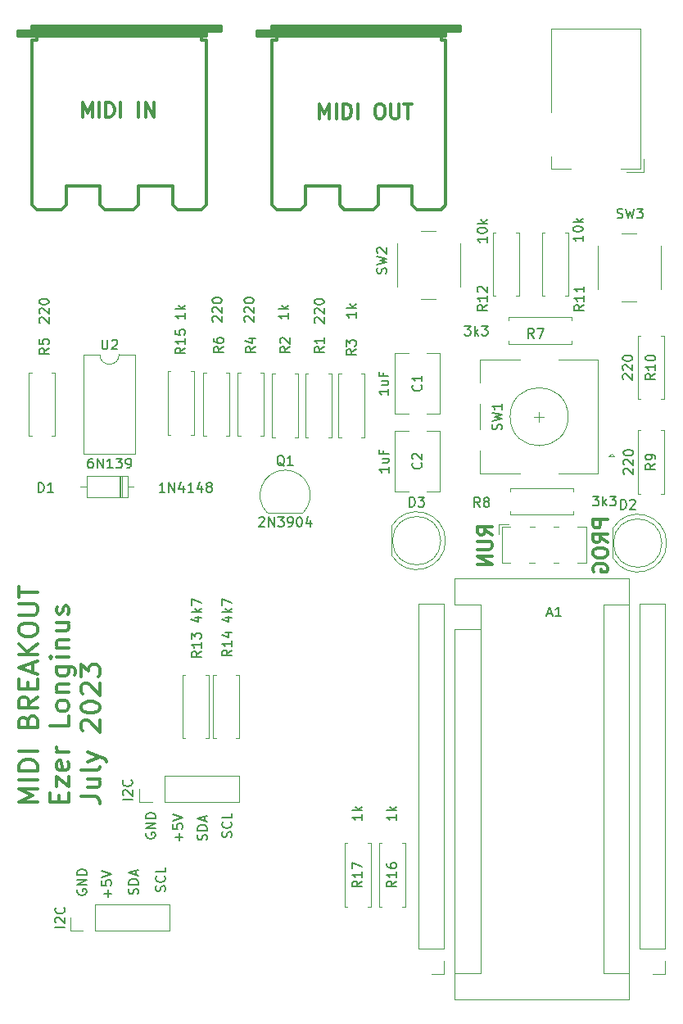
<source format=gbr>
%TF.GenerationSoftware,KiCad,Pcbnew,(6.0.7)*%
%TF.CreationDate,2023-07-08T22:35:10-04:00*%
%TF.ProjectId,ArduinoNano_MIDI_breakout,41726475-696e-46f4-9e61-6e6f5f4d4944,rev?*%
%TF.SameCoordinates,Original*%
%TF.FileFunction,Legend,Top*%
%TF.FilePolarity,Positive*%
%FSLAX46Y46*%
G04 Gerber Fmt 4.6, Leading zero omitted, Abs format (unit mm)*
G04 Created by KiCad (PCBNEW (6.0.7)) date 2023-07-08 22:35:10*
%MOMM*%
%LPD*%
G01*
G04 APERTURE LIST*
%ADD10C,0.150000*%
%ADD11C,0.300000*%
%ADD12C,0.120000*%
%ADD13C,0.304800*%
G04 APERTURE END LIST*
D10*
X121181761Y-130349476D02*
X121229380Y-130206619D01*
X121229380Y-129968523D01*
X121181761Y-129873285D01*
X121134142Y-129825666D01*
X121038904Y-129778047D01*
X120943666Y-129778047D01*
X120848428Y-129825666D01*
X120800809Y-129873285D01*
X120753190Y-129968523D01*
X120705571Y-130159000D01*
X120657952Y-130254238D01*
X120610333Y-130301857D01*
X120515095Y-130349476D01*
X120419857Y-130349476D01*
X120324619Y-130301857D01*
X120277000Y-130254238D01*
X120229380Y-130159000D01*
X120229380Y-129920904D01*
X120277000Y-129778047D01*
X121134142Y-128778047D02*
X121181761Y-128825666D01*
X121229380Y-128968523D01*
X121229380Y-129063761D01*
X121181761Y-129206619D01*
X121086523Y-129301857D01*
X120991285Y-129349476D01*
X120800809Y-129397095D01*
X120657952Y-129397095D01*
X120467476Y-129349476D01*
X120372238Y-129301857D01*
X120277000Y-129206619D01*
X120229380Y-129063761D01*
X120229380Y-128968523D01*
X120277000Y-128825666D01*
X120324619Y-128778047D01*
X121229380Y-127873285D02*
X121229380Y-128349476D01*
X120229380Y-128349476D01*
X128039761Y-124761476D02*
X128087380Y-124618619D01*
X128087380Y-124380523D01*
X128039761Y-124285285D01*
X127992142Y-124237666D01*
X127896904Y-124190047D01*
X127801666Y-124190047D01*
X127706428Y-124237666D01*
X127658809Y-124285285D01*
X127611190Y-124380523D01*
X127563571Y-124571000D01*
X127515952Y-124666238D01*
X127468333Y-124713857D01*
X127373095Y-124761476D01*
X127277857Y-124761476D01*
X127182619Y-124713857D01*
X127135000Y-124666238D01*
X127087380Y-124571000D01*
X127087380Y-124332904D01*
X127135000Y-124190047D01*
X127992142Y-123190047D02*
X128039761Y-123237666D01*
X128087380Y-123380523D01*
X128087380Y-123475761D01*
X128039761Y-123618619D01*
X127944523Y-123713857D01*
X127849285Y-123761476D01*
X127658809Y-123809095D01*
X127515952Y-123809095D01*
X127325476Y-123761476D01*
X127230238Y-123713857D01*
X127135000Y-123618619D01*
X127087380Y-123475761D01*
X127087380Y-123380523D01*
X127135000Y-123237666D01*
X127182619Y-123190047D01*
X128087380Y-122285285D02*
X128087380Y-122761476D01*
X127087380Y-122761476D01*
X118387761Y-130627285D02*
X118435380Y-130484428D01*
X118435380Y-130246333D01*
X118387761Y-130151095D01*
X118340142Y-130103476D01*
X118244904Y-130055857D01*
X118149666Y-130055857D01*
X118054428Y-130103476D01*
X118006809Y-130151095D01*
X117959190Y-130246333D01*
X117911571Y-130436809D01*
X117863952Y-130532047D01*
X117816333Y-130579666D01*
X117721095Y-130627285D01*
X117625857Y-130627285D01*
X117530619Y-130579666D01*
X117483000Y-130532047D01*
X117435380Y-130436809D01*
X117435380Y-130198714D01*
X117483000Y-130055857D01*
X118435380Y-129627285D02*
X117435380Y-129627285D01*
X117435380Y-129389190D01*
X117483000Y-129246333D01*
X117578238Y-129151095D01*
X117673476Y-129103476D01*
X117863952Y-129055857D01*
X118006809Y-129055857D01*
X118197285Y-129103476D01*
X118292523Y-129151095D01*
X118387761Y-129246333D01*
X118435380Y-129389190D01*
X118435380Y-129627285D01*
X118149666Y-128674904D02*
X118149666Y-128198714D01*
X118435380Y-128770142D02*
X117435380Y-128436809D01*
X118435380Y-128103476D01*
X125499761Y-125039285D02*
X125547380Y-124896428D01*
X125547380Y-124658333D01*
X125499761Y-124563095D01*
X125452142Y-124515476D01*
X125356904Y-124467857D01*
X125261666Y-124467857D01*
X125166428Y-124515476D01*
X125118809Y-124563095D01*
X125071190Y-124658333D01*
X125023571Y-124848809D01*
X124975952Y-124944047D01*
X124928333Y-124991666D01*
X124833095Y-125039285D01*
X124737857Y-125039285D01*
X124642619Y-124991666D01*
X124595000Y-124944047D01*
X124547380Y-124848809D01*
X124547380Y-124610714D01*
X124595000Y-124467857D01*
X125547380Y-124039285D02*
X124547380Y-124039285D01*
X124547380Y-123801190D01*
X124595000Y-123658333D01*
X124690238Y-123563095D01*
X124785476Y-123515476D01*
X124975952Y-123467857D01*
X125118809Y-123467857D01*
X125309285Y-123515476D01*
X125404523Y-123563095D01*
X125499761Y-123658333D01*
X125547380Y-123801190D01*
X125547380Y-124039285D01*
X125261666Y-123086904D02*
X125261666Y-122610714D01*
X125547380Y-123182142D02*
X124547380Y-122848809D01*
X125547380Y-122515476D01*
X122626428Y-125110714D02*
X122626428Y-124348809D01*
X123007380Y-124729761D02*
X122245476Y-124729761D01*
X122007380Y-123396428D02*
X122007380Y-123872619D01*
X122483571Y-123920238D01*
X122435952Y-123872619D01*
X122388333Y-123777380D01*
X122388333Y-123539285D01*
X122435952Y-123444047D01*
X122483571Y-123396428D01*
X122578809Y-123348809D01*
X122816904Y-123348809D01*
X122912142Y-123396428D01*
X122959761Y-123444047D01*
X123007380Y-123539285D01*
X123007380Y-123777380D01*
X122959761Y-123872619D01*
X122912142Y-123920238D01*
X122007380Y-123063095D02*
X123007380Y-122729761D01*
X122007380Y-122396428D01*
X115260428Y-130952714D02*
X115260428Y-130190809D01*
X115641380Y-130571761D02*
X114879476Y-130571761D01*
X114641380Y-129238428D02*
X114641380Y-129714619D01*
X115117571Y-129762238D01*
X115069952Y-129714619D01*
X115022333Y-129619380D01*
X115022333Y-129381285D01*
X115069952Y-129286047D01*
X115117571Y-129238428D01*
X115212809Y-129190809D01*
X115450904Y-129190809D01*
X115546142Y-129238428D01*
X115593761Y-129286047D01*
X115641380Y-129381285D01*
X115641380Y-129619380D01*
X115593761Y-129714619D01*
X115546142Y-129762238D01*
X114641380Y-128905095D02*
X115641380Y-128571761D01*
X114641380Y-128238428D01*
X112149000Y-130174904D02*
X112101380Y-130270142D01*
X112101380Y-130413000D01*
X112149000Y-130555857D01*
X112244238Y-130651095D01*
X112339476Y-130698714D01*
X112529952Y-130746333D01*
X112672809Y-130746333D01*
X112863285Y-130698714D01*
X112958523Y-130651095D01*
X113053761Y-130555857D01*
X113101380Y-130413000D01*
X113101380Y-130317761D01*
X113053761Y-130174904D01*
X113006142Y-130127285D01*
X112672809Y-130127285D01*
X112672809Y-130317761D01*
X113101380Y-129698714D02*
X112101380Y-129698714D01*
X113101380Y-129127285D01*
X112101380Y-129127285D01*
X113101380Y-128651095D02*
X112101380Y-128651095D01*
X112101380Y-128413000D01*
X112149000Y-128270142D01*
X112244238Y-128174904D01*
X112339476Y-128127285D01*
X112529952Y-128079666D01*
X112672809Y-128079666D01*
X112863285Y-128127285D01*
X112958523Y-128174904D01*
X113053761Y-128270142D01*
X113101380Y-128413000D01*
X113101380Y-128651095D01*
X119261000Y-124332904D02*
X119213380Y-124428142D01*
X119213380Y-124571000D01*
X119261000Y-124713857D01*
X119356238Y-124809095D01*
X119451476Y-124856714D01*
X119641952Y-124904333D01*
X119784809Y-124904333D01*
X119975285Y-124856714D01*
X120070523Y-124809095D01*
X120165761Y-124713857D01*
X120213380Y-124571000D01*
X120213380Y-124475761D01*
X120165761Y-124332904D01*
X120118142Y-124285285D01*
X119784809Y-124285285D01*
X119784809Y-124475761D01*
X120213380Y-123856714D02*
X119213380Y-123856714D01*
X120213380Y-123285285D01*
X119213380Y-123285285D01*
X120213380Y-122809095D02*
X119213380Y-122809095D01*
X119213380Y-122571000D01*
X119261000Y-122428142D01*
X119356238Y-122332904D01*
X119451476Y-122285285D01*
X119641952Y-122237666D01*
X119784809Y-122237666D01*
X119975285Y-122285285D01*
X120070523Y-122332904D01*
X120165761Y-122428142D01*
X120213380Y-122571000D01*
X120213380Y-122809095D01*
D11*
X154983571Y-93507857D02*
X154269285Y-93007857D01*
X154983571Y-92650714D02*
X153483571Y-92650714D01*
X153483571Y-93222142D01*
X153555000Y-93365000D01*
X153626428Y-93436428D01*
X153769285Y-93507857D01*
X153983571Y-93507857D01*
X154126428Y-93436428D01*
X154197857Y-93365000D01*
X154269285Y-93222142D01*
X154269285Y-92650714D01*
X153483571Y-94150714D02*
X154697857Y-94150714D01*
X154840714Y-94222142D01*
X154912142Y-94293571D01*
X154983571Y-94436428D01*
X154983571Y-94722142D01*
X154912142Y-94865000D01*
X154840714Y-94936428D01*
X154697857Y-95007857D01*
X153483571Y-95007857D01*
X154983571Y-95722142D02*
X153483571Y-95722142D01*
X154983571Y-96579285D01*
X153483571Y-96579285D01*
X166921571Y-91936428D02*
X165421571Y-91936428D01*
X165421571Y-92507857D01*
X165493000Y-92650714D01*
X165564428Y-92722142D01*
X165707285Y-92793571D01*
X165921571Y-92793571D01*
X166064428Y-92722142D01*
X166135857Y-92650714D01*
X166207285Y-92507857D01*
X166207285Y-91936428D01*
X166921571Y-94293571D02*
X166207285Y-93793571D01*
X166921571Y-93436428D02*
X165421571Y-93436428D01*
X165421571Y-94007857D01*
X165493000Y-94150714D01*
X165564428Y-94222142D01*
X165707285Y-94293571D01*
X165921571Y-94293571D01*
X166064428Y-94222142D01*
X166135857Y-94150714D01*
X166207285Y-94007857D01*
X166207285Y-93436428D01*
X165421571Y-95222142D02*
X165421571Y-95507857D01*
X165493000Y-95650714D01*
X165635857Y-95793571D01*
X165921571Y-95865000D01*
X166421571Y-95865000D01*
X166707285Y-95793571D01*
X166850142Y-95650714D01*
X166921571Y-95507857D01*
X166921571Y-95222142D01*
X166850142Y-95079285D01*
X166707285Y-94936428D01*
X166421571Y-94865000D01*
X165921571Y-94865000D01*
X165635857Y-94936428D01*
X165493000Y-95079285D01*
X165421571Y-95222142D01*
X165493000Y-97293571D02*
X165421571Y-97150714D01*
X165421571Y-96936428D01*
X165493000Y-96722142D01*
X165635857Y-96579285D01*
X165778714Y-96507857D01*
X166064428Y-96436428D01*
X166278714Y-96436428D01*
X166564428Y-96507857D01*
X166707285Y-96579285D01*
X166850142Y-96722142D01*
X166921571Y-96936428D01*
X166921571Y-97079285D01*
X166850142Y-97293571D01*
X166778714Y-97365000D01*
X166278714Y-97365000D01*
X166278714Y-97079285D01*
X108047761Y-121121809D02*
X106047761Y-121121809D01*
X107476333Y-120455142D01*
X106047761Y-119788476D01*
X108047761Y-119788476D01*
X108047761Y-118836095D02*
X106047761Y-118836095D01*
X108047761Y-117883714D02*
X106047761Y-117883714D01*
X106047761Y-117407523D01*
X106143000Y-117121809D01*
X106333476Y-116931333D01*
X106523952Y-116836095D01*
X106904904Y-116740857D01*
X107190619Y-116740857D01*
X107571571Y-116836095D01*
X107762047Y-116931333D01*
X107952523Y-117121809D01*
X108047761Y-117407523D01*
X108047761Y-117883714D01*
X108047761Y-115883714D02*
X106047761Y-115883714D01*
X107000142Y-112740857D02*
X107095380Y-112455142D01*
X107190619Y-112359904D01*
X107381095Y-112264666D01*
X107666809Y-112264666D01*
X107857285Y-112359904D01*
X107952523Y-112455142D01*
X108047761Y-112645619D01*
X108047761Y-113407523D01*
X106047761Y-113407523D01*
X106047761Y-112740857D01*
X106143000Y-112550380D01*
X106238238Y-112455142D01*
X106428714Y-112359904D01*
X106619190Y-112359904D01*
X106809666Y-112455142D01*
X106904904Y-112550380D01*
X107000142Y-112740857D01*
X107000142Y-113407523D01*
X108047761Y-110264666D02*
X107095380Y-110931333D01*
X108047761Y-111407523D02*
X106047761Y-111407523D01*
X106047761Y-110645619D01*
X106143000Y-110455142D01*
X106238238Y-110359904D01*
X106428714Y-110264666D01*
X106714428Y-110264666D01*
X106904904Y-110359904D01*
X107000142Y-110455142D01*
X107095380Y-110645619D01*
X107095380Y-111407523D01*
X107000142Y-109407523D02*
X107000142Y-108740857D01*
X108047761Y-108455142D02*
X108047761Y-109407523D01*
X106047761Y-109407523D01*
X106047761Y-108455142D01*
X107476333Y-107693238D02*
X107476333Y-106740857D01*
X108047761Y-107883714D02*
X106047761Y-107217047D01*
X108047761Y-106550380D01*
X108047761Y-105883714D02*
X106047761Y-105883714D01*
X108047761Y-104740857D02*
X106904904Y-105598000D01*
X106047761Y-104740857D02*
X107190619Y-105883714D01*
X106047761Y-103502761D02*
X106047761Y-103121809D01*
X106143000Y-102931333D01*
X106333476Y-102740857D01*
X106714428Y-102645619D01*
X107381095Y-102645619D01*
X107762047Y-102740857D01*
X107952523Y-102931333D01*
X108047761Y-103121809D01*
X108047761Y-103502761D01*
X107952523Y-103693238D01*
X107762047Y-103883714D01*
X107381095Y-103978952D01*
X106714428Y-103978952D01*
X106333476Y-103883714D01*
X106143000Y-103693238D01*
X106047761Y-103502761D01*
X106047761Y-101788476D02*
X107666809Y-101788476D01*
X107857285Y-101693238D01*
X107952523Y-101598000D01*
X108047761Y-101407523D01*
X108047761Y-101026571D01*
X107952523Y-100836095D01*
X107857285Y-100740857D01*
X107666809Y-100645619D01*
X106047761Y-100645619D01*
X106047761Y-99978952D02*
X106047761Y-98836095D01*
X108047761Y-99407523D02*
X106047761Y-99407523D01*
X110220142Y-121121809D02*
X110220142Y-120455142D01*
X111267761Y-120169428D02*
X111267761Y-121121809D01*
X109267761Y-121121809D01*
X109267761Y-120169428D01*
X109934428Y-119502761D02*
X109934428Y-118455142D01*
X111267761Y-119502761D01*
X111267761Y-118455142D01*
X111172523Y-116931333D02*
X111267761Y-117121809D01*
X111267761Y-117502761D01*
X111172523Y-117693238D01*
X110982047Y-117788476D01*
X110220142Y-117788476D01*
X110029666Y-117693238D01*
X109934428Y-117502761D01*
X109934428Y-117121809D01*
X110029666Y-116931333D01*
X110220142Y-116836095D01*
X110410619Y-116836095D01*
X110601095Y-117788476D01*
X111267761Y-115978952D02*
X109934428Y-115978952D01*
X110315380Y-115978952D02*
X110124904Y-115883714D01*
X110029666Y-115788476D01*
X109934428Y-115598000D01*
X109934428Y-115407523D01*
X111267761Y-112264666D02*
X111267761Y-113217047D01*
X109267761Y-113217047D01*
X111267761Y-111312285D02*
X111172523Y-111502761D01*
X111077285Y-111598000D01*
X110886809Y-111693238D01*
X110315380Y-111693238D01*
X110124904Y-111598000D01*
X110029666Y-111502761D01*
X109934428Y-111312285D01*
X109934428Y-111026571D01*
X110029666Y-110836095D01*
X110124904Y-110740857D01*
X110315380Y-110645619D01*
X110886809Y-110645619D01*
X111077285Y-110740857D01*
X111172523Y-110836095D01*
X111267761Y-111026571D01*
X111267761Y-111312285D01*
X109934428Y-109788476D02*
X111267761Y-109788476D01*
X110124904Y-109788476D02*
X110029666Y-109693238D01*
X109934428Y-109502761D01*
X109934428Y-109217047D01*
X110029666Y-109026571D01*
X110220142Y-108931333D01*
X111267761Y-108931333D01*
X109934428Y-107121809D02*
X111553476Y-107121809D01*
X111743952Y-107217047D01*
X111839190Y-107312285D01*
X111934428Y-107502761D01*
X111934428Y-107788476D01*
X111839190Y-107978952D01*
X111172523Y-107121809D02*
X111267761Y-107312285D01*
X111267761Y-107693238D01*
X111172523Y-107883714D01*
X111077285Y-107978952D01*
X110886809Y-108074190D01*
X110315380Y-108074190D01*
X110124904Y-107978952D01*
X110029666Y-107883714D01*
X109934428Y-107693238D01*
X109934428Y-107312285D01*
X110029666Y-107121809D01*
X111267761Y-106169428D02*
X109934428Y-106169428D01*
X109267761Y-106169428D02*
X109363000Y-106264666D01*
X109458238Y-106169428D01*
X109363000Y-106074190D01*
X109267761Y-106169428D01*
X109458238Y-106169428D01*
X109934428Y-105217047D02*
X111267761Y-105217047D01*
X110124904Y-105217047D02*
X110029666Y-105121809D01*
X109934428Y-104931333D01*
X109934428Y-104645619D01*
X110029666Y-104455142D01*
X110220142Y-104359904D01*
X111267761Y-104359904D01*
X109934428Y-102550380D02*
X111267761Y-102550380D01*
X109934428Y-103407523D02*
X110982047Y-103407523D01*
X111172523Y-103312285D01*
X111267761Y-103121809D01*
X111267761Y-102836095D01*
X111172523Y-102645619D01*
X111077285Y-102550380D01*
X111172523Y-101693238D02*
X111267761Y-101502761D01*
X111267761Y-101121809D01*
X111172523Y-100931333D01*
X110982047Y-100836095D01*
X110886809Y-100836095D01*
X110696333Y-100931333D01*
X110601095Y-101121809D01*
X110601095Y-101407523D01*
X110505857Y-101598000D01*
X110315380Y-101693238D01*
X110220142Y-101693238D01*
X110029666Y-101598000D01*
X109934428Y-101407523D01*
X109934428Y-101121809D01*
X110029666Y-100931333D01*
X112487761Y-120550380D02*
X113916333Y-120550380D01*
X114202047Y-120645619D01*
X114392523Y-120836095D01*
X114487761Y-121121809D01*
X114487761Y-121312285D01*
X113154428Y-118740857D02*
X114487761Y-118740857D01*
X113154428Y-119598000D02*
X114202047Y-119598000D01*
X114392523Y-119502761D01*
X114487761Y-119312285D01*
X114487761Y-119026571D01*
X114392523Y-118836095D01*
X114297285Y-118740857D01*
X114487761Y-117502761D02*
X114392523Y-117693238D01*
X114202047Y-117788476D01*
X112487761Y-117788476D01*
X113154428Y-116931333D02*
X114487761Y-116455142D01*
X113154428Y-115978952D02*
X114487761Y-116455142D01*
X114963952Y-116645619D01*
X115059190Y-116740857D01*
X115154428Y-116931333D01*
X112678238Y-113788476D02*
X112583000Y-113693238D01*
X112487761Y-113502761D01*
X112487761Y-113026571D01*
X112583000Y-112836095D01*
X112678238Y-112740857D01*
X112868714Y-112645619D01*
X113059190Y-112645619D01*
X113344904Y-112740857D01*
X114487761Y-113883714D01*
X114487761Y-112645619D01*
X112487761Y-111407523D02*
X112487761Y-111217047D01*
X112583000Y-111026571D01*
X112678238Y-110931333D01*
X112868714Y-110836095D01*
X113249666Y-110740857D01*
X113725857Y-110740857D01*
X114106809Y-110836095D01*
X114297285Y-110931333D01*
X114392523Y-111026571D01*
X114487761Y-111217047D01*
X114487761Y-111407523D01*
X114392523Y-111598000D01*
X114297285Y-111693238D01*
X114106809Y-111788476D01*
X113725857Y-111883714D01*
X113249666Y-111883714D01*
X112868714Y-111788476D01*
X112678238Y-111693238D01*
X112583000Y-111598000D01*
X112487761Y-111407523D01*
X112678238Y-109978952D02*
X112583000Y-109883714D01*
X112487761Y-109693238D01*
X112487761Y-109217047D01*
X112583000Y-109026571D01*
X112678238Y-108931333D01*
X112868714Y-108836095D01*
X113059190Y-108836095D01*
X113344904Y-108931333D01*
X114487761Y-110074190D01*
X114487761Y-108836095D01*
X112487761Y-108169428D02*
X112487761Y-106931333D01*
X113249666Y-107598000D01*
X113249666Y-107312285D01*
X113344904Y-107121809D01*
X113440142Y-107026571D01*
X113630619Y-106931333D01*
X114106809Y-106931333D01*
X114297285Y-107026571D01*
X114392523Y-107121809D01*
X114487761Y-107312285D01*
X114487761Y-107883714D01*
X114392523Y-108074190D01*
X114297285Y-108169428D01*
D10*
%TO.C,U2*%
X114681095Y-73322380D02*
X114681095Y-74131904D01*
X114728714Y-74227142D01*
X114776333Y-74274761D01*
X114871571Y-74322380D01*
X115062047Y-74322380D01*
X115157285Y-74274761D01*
X115204904Y-74227142D01*
X115252523Y-74131904D01*
X115252523Y-73322380D01*
X115681095Y-73417619D02*
X115728714Y-73370000D01*
X115823952Y-73322380D01*
X116062047Y-73322380D01*
X116157285Y-73370000D01*
X116204904Y-73417619D01*
X116252523Y-73512857D01*
X116252523Y-73608095D01*
X116204904Y-73750952D01*
X115633476Y-74322380D01*
X116252523Y-74322380D01*
X113681095Y-85602380D02*
X113490619Y-85602380D01*
X113395380Y-85650000D01*
X113347761Y-85697619D01*
X113252523Y-85840476D01*
X113204904Y-86030952D01*
X113204904Y-86411904D01*
X113252523Y-86507142D01*
X113300142Y-86554761D01*
X113395380Y-86602380D01*
X113585857Y-86602380D01*
X113681095Y-86554761D01*
X113728714Y-86507142D01*
X113776333Y-86411904D01*
X113776333Y-86173809D01*
X113728714Y-86078571D01*
X113681095Y-86030952D01*
X113585857Y-85983333D01*
X113395380Y-85983333D01*
X113300142Y-86030952D01*
X113252523Y-86078571D01*
X113204904Y-86173809D01*
X114204904Y-86602380D02*
X114204904Y-85602380D01*
X114776333Y-86602380D01*
X114776333Y-85602380D01*
X115776333Y-86602380D02*
X115204904Y-86602380D01*
X115490619Y-86602380D02*
X115490619Y-85602380D01*
X115395380Y-85745238D01*
X115300142Y-85840476D01*
X115204904Y-85888095D01*
X116109666Y-85602380D02*
X116728714Y-85602380D01*
X116395380Y-85983333D01*
X116538238Y-85983333D01*
X116633476Y-86030952D01*
X116681095Y-86078571D01*
X116728714Y-86173809D01*
X116728714Y-86411904D01*
X116681095Y-86507142D01*
X116633476Y-86554761D01*
X116538238Y-86602380D01*
X116252523Y-86602380D01*
X116157285Y-86554761D01*
X116109666Y-86507142D01*
X117204904Y-86602380D02*
X117395380Y-86602380D01*
X117490619Y-86554761D01*
X117538238Y-86507142D01*
X117633476Y-86364285D01*
X117681095Y-86173809D01*
X117681095Y-85792857D01*
X117633476Y-85697619D01*
X117585857Y-85650000D01*
X117490619Y-85602380D01*
X117300142Y-85602380D01*
X117204904Y-85650000D01*
X117157285Y-85697619D01*
X117109666Y-85792857D01*
X117109666Y-86030952D01*
X117157285Y-86126190D01*
X117204904Y-86173809D01*
X117300142Y-86221428D01*
X117490619Y-86221428D01*
X117585857Y-86173809D01*
X117633476Y-86126190D01*
X117681095Y-86030952D01*
%TO.C,D1*%
X108100904Y-89098380D02*
X108100904Y-88098380D01*
X108339000Y-88098380D01*
X108481857Y-88146000D01*
X108577095Y-88241238D01*
X108624714Y-88336476D01*
X108672333Y-88526952D01*
X108672333Y-88669809D01*
X108624714Y-88860285D01*
X108577095Y-88955523D01*
X108481857Y-89050761D01*
X108339000Y-89098380D01*
X108100904Y-89098380D01*
X109624714Y-89098380D02*
X109053285Y-89098380D01*
X109339000Y-89098380D02*
X109339000Y-88098380D01*
X109243761Y-88241238D01*
X109148523Y-88336476D01*
X109053285Y-88384095D01*
X121174142Y-89098380D02*
X120602714Y-89098380D01*
X120888428Y-89098380D02*
X120888428Y-88098380D01*
X120793190Y-88241238D01*
X120697952Y-88336476D01*
X120602714Y-88384095D01*
X121602714Y-89098380D02*
X121602714Y-88098380D01*
X122174142Y-89098380D01*
X122174142Y-88098380D01*
X123078904Y-88431714D02*
X123078904Y-89098380D01*
X122840809Y-88050761D02*
X122602714Y-88765047D01*
X123221761Y-88765047D01*
X124126523Y-89098380D02*
X123555095Y-89098380D01*
X123840809Y-89098380D02*
X123840809Y-88098380D01*
X123745571Y-88241238D01*
X123650333Y-88336476D01*
X123555095Y-88384095D01*
X124983666Y-88431714D02*
X124983666Y-89098380D01*
X124745571Y-88050761D02*
X124507476Y-88765047D01*
X125126523Y-88765047D01*
X125650333Y-88526952D02*
X125555095Y-88479333D01*
X125507476Y-88431714D01*
X125459857Y-88336476D01*
X125459857Y-88288857D01*
X125507476Y-88193619D01*
X125555095Y-88146000D01*
X125650333Y-88098380D01*
X125840809Y-88098380D01*
X125936047Y-88146000D01*
X125983666Y-88193619D01*
X126031285Y-88288857D01*
X126031285Y-88336476D01*
X125983666Y-88431714D01*
X125936047Y-88479333D01*
X125840809Y-88526952D01*
X125650333Y-88526952D01*
X125555095Y-88574571D01*
X125507476Y-88622190D01*
X125459857Y-88717428D01*
X125459857Y-88907904D01*
X125507476Y-89003142D01*
X125555095Y-89050761D01*
X125650333Y-89098380D01*
X125840809Y-89098380D01*
X125936047Y-89050761D01*
X125983666Y-89003142D01*
X126031285Y-88907904D01*
X126031285Y-88717428D01*
X125983666Y-88622190D01*
X125936047Y-88574571D01*
X125840809Y-88526952D01*
%TO.C,J4*%
X117800380Y-120864190D02*
X116800380Y-120864190D01*
X116895619Y-120435619D02*
X116848000Y-120388000D01*
X116800380Y-120292761D01*
X116800380Y-120054666D01*
X116848000Y-119959428D01*
X116895619Y-119911809D01*
X116990857Y-119864190D01*
X117086095Y-119864190D01*
X117228952Y-119911809D01*
X117800380Y-120483238D01*
X117800380Y-119864190D01*
X117705142Y-118864190D02*
X117752761Y-118911809D01*
X117800380Y-119054666D01*
X117800380Y-119149904D01*
X117752761Y-119292761D01*
X117657523Y-119388000D01*
X117562285Y-119435619D01*
X117371809Y-119483238D01*
X117228952Y-119483238D01*
X117038476Y-119435619D01*
X116943238Y-119388000D01*
X116848000Y-119292761D01*
X116800380Y-119149904D01*
X116800380Y-119054666D01*
X116848000Y-118911809D01*
X116895619Y-118864190D01*
%TO.C,R10*%
X171866380Y-76842857D02*
X171390190Y-77176190D01*
X171866380Y-77414285D02*
X170866380Y-77414285D01*
X170866380Y-77033333D01*
X170914000Y-76938095D01*
X170961619Y-76890476D01*
X171056857Y-76842857D01*
X171199714Y-76842857D01*
X171294952Y-76890476D01*
X171342571Y-76938095D01*
X171390190Y-77033333D01*
X171390190Y-77414285D01*
X171866380Y-75890476D02*
X171866380Y-76461904D01*
X171866380Y-76176190D02*
X170866380Y-76176190D01*
X171009238Y-76271428D01*
X171104476Y-76366666D01*
X171152095Y-76461904D01*
X170866380Y-75271428D02*
X170866380Y-75176190D01*
X170914000Y-75080952D01*
X170961619Y-75033333D01*
X171056857Y-74985714D01*
X171247333Y-74938095D01*
X171485428Y-74938095D01*
X171675904Y-74985714D01*
X171771142Y-75033333D01*
X171818761Y-75080952D01*
X171866380Y-75176190D01*
X171866380Y-75271428D01*
X171818761Y-75366666D01*
X171771142Y-75414285D01*
X171675904Y-75461904D01*
X171485428Y-75509523D01*
X171247333Y-75509523D01*
X171056857Y-75461904D01*
X170961619Y-75414285D01*
X170914000Y-75366666D01*
X170866380Y-75271428D01*
X168591619Y-77438095D02*
X168544000Y-77390476D01*
X168496380Y-77295238D01*
X168496380Y-77057142D01*
X168544000Y-76961904D01*
X168591619Y-76914285D01*
X168686857Y-76866666D01*
X168782095Y-76866666D01*
X168924952Y-76914285D01*
X169496380Y-77485714D01*
X169496380Y-76866666D01*
X168591619Y-76485714D02*
X168544000Y-76438095D01*
X168496380Y-76342857D01*
X168496380Y-76104761D01*
X168544000Y-76009523D01*
X168591619Y-75961904D01*
X168686857Y-75914285D01*
X168782095Y-75914285D01*
X168924952Y-75961904D01*
X169496380Y-76533333D01*
X169496380Y-75914285D01*
X168496380Y-75295238D02*
X168496380Y-75200000D01*
X168544000Y-75104761D01*
X168591619Y-75057142D01*
X168686857Y-75009523D01*
X168877333Y-74961904D01*
X169115428Y-74961904D01*
X169305904Y-75009523D01*
X169401142Y-75057142D01*
X169448761Y-75104761D01*
X169496380Y-75200000D01*
X169496380Y-75295238D01*
X169448761Y-75390476D01*
X169401142Y-75438095D01*
X169305904Y-75485714D01*
X169115428Y-75533333D01*
X168877333Y-75533333D01*
X168686857Y-75485714D01*
X168591619Y-75438095D01*
X168544000Y-75390476D01*
X168496380Y-75295238D01*
%TO.C,Q1*%
X133508761Y-86395619D02*
X133413523Y-86348000D01*
X133318285Y-86252761D01*
X133175428Y-86109904D01*
X133080190Y-86062285D01*
X132984952Y-86062285D01*
X133032571Y-86300380D02*
X132937333Y-86252761D01*
X132842095Y-86157523D01*
X132794476Y-85967047D01*
X132794476Y-85633714D01*
X132842095Y-85443238D01*
X132937333Y-85348000D01*
X133032571Y-85300380D01*
X133223047Y-85300380D01*
X133318285Y-85348000D01*
X133413523Y-85443238D01*
X133461142Y-85633714D01*
X133461142Y-85967047D01*
X133413523Y-86157523D01*
X133318285Y-86252761D01*
X133223047Y-86300380D01*
X133032571Y-86300380D01*
X134413523Y-86300380D02*
X133842095Y-86300380D01*
X134127809Y-86300380D02*
X134127809Y-85300380D01*
X134032571Y-85443238D01*
X133937333Y-85538476D01*
X133842095Y-85586095D01*
X130889714Y-91745619D02*
X130937333Y-91698000D01*
X131032571Y-91650380D01*
X131270666Y-91650380D01*
X131365904Y-91698000D01*
X131413523Y-91745619D01*
X131461142Y-91840857D01*
X131461142Y-91936095D01*
X131413523Y-92078952D01*
X130842095Y-92650380D01*
X131461142Y-92650380D01*
X131889714Y-92650380D02*
X131889714Y-91650380D01*
X132461142Y-92650380D01*
X132461142Y-91650380D01*
X132842095Y-91650380D02*
X133461142Y-91650380D01*
X133127809Y-92031333D01*
X133270666Y-92031333D01*
X133365904Y-92078952D01*
X133413523Y-92126571D01*
X133461142Y-92221809D01*
X133461142Y-92459904D01*
X133413523Y-92555142D01*
X133365904Y-92602761D01*
X133270666Y-92650380D01*
X132984952Y-92650380D01*
X132889714Y-92602761D01*
X132842095Y-92555142D01*
X133937333Y-92650380D02*
X134127809Y-92650380D01*
X134223047Y-92602761D01*
X134270666Y-92555142D01*
X134365904Y-92412285D01*
X134413523Y-92221809D01*
X134413523Y-91840857D01*
X134365904Y-91745619D01*
X134318285Y-91698000D01*
X134223047Y-91650380D01*
X134032571Y-91650380D01*
X133937333Y-91698000D01*
X133889714Y-91745619D01*
X133842095Y-91840857D01*
X133842095Y-92078952D01*
X133889714Y-92174190D01*
X133937333Y-92221809D01*
X134032571Y-92269428D01*
X134223047Y-92269428D01*
X134318285Y-92221809D01*
X134365904Y-92174190D01*
X134413523Y-92078952D01*
X135032571Y-91650380D02*
X135127809Y-91650380D01*
X135223047Y-91698000D01*
X135270666Y-91745619D01*
X135318285Y-91840857D01*
X135365904Y-92031333D01*
X135365904Y-92269428D01*
X135318285Y-92459904D01*
X135270666Y-92555142D01*
X135223047Y-92602761D01*
X135127809Y-92650380D01*
X135032571Y-92650380D01*
X134937333Y-92602761D01*
X134889714Y-92555142D01*
X134842095Y-92459904D01*
X134794476Y-92269428D01*
X134794476Y-92031333D01*
X134842095Y-91840857D01*
X134889714Y-91745619D01*
X134937333Y-91698000D01*
X135032571Y-91650380D01*
X136223047Y-91983714D02*
X136223047Y-92650380D01*
X135984952Y-91602761D02*
X135746857Y-92317047D01*
X136365904Y-92317047D01*
%TO.C,R15*%
X123261380Y-74175857D02*
X122785190Y-74509190D01*
X123261380Y-74747285D02*
X122261380Y-74747285D01*
X122261380Y-74366333D01*
X122309000Y-74271095D01*
X122356619Y-74223476D01*
X122451857Y-74175857D01*
X122594714Y-74175857D01*
X122689952Y-74223476D01*
X122737571Y-74271095D01*
X122785190Y-74366333D01*
X122785190Y-74747285D01*
X123261380Y-73223476D02*
X123261380Y-73794904D01*
X123261380Y-73509190D02*
X122261380Y-73509190D01*
X122404238Y-73604428D01*
X122499476Y-73699666D01*
X122547095Y-73794904D01*
X122261380Y-72318714D02*
X122261380Y-72794904D01*
X122737571Y-72842523D01*
X122689952Y-72794904D01*
X122642333Y-72699666D01*
X122642333Y-72461571D01*
X122689952Y-72366333D01*
X122737571Y-72318714D01*
X122832809Y-72271095D01*
X123070904Y-72271095D01*
X123166142Y-72318714D01*
X123213761Y-72366333D01*
X123261380Y-72461571D01*
X123261380Y-72699666D01*
X123213761Y-72794904D01*
X123166142Y-72842523D01*
X123261380Y-70604047D02*
X123261380Y-71175476D01*
X123261380Y-70889761D02*
X122261380Y-70889761D01*
X122404238Y-70985000D01*
X122499476Y-71080238D01*
X122547095Y-71175476D01*
X123261380Y-70175476D02*
X122261380Y-70175476D01*
X122880428Y-70080238D02*
X123261380Y-69794523D01*
X122594714Y-69794523D02*
X122975666Y-70175476D01*
%TO.C,R6*%
X127198380Y-74080666D02*
X126722190Y-74414000D01*
X127198380Y-74652095D02*
X126198380Y-74652095D01*
X126198380Y-74271142D01*
X126246000Y-74175904D01*
X126293619Y-74128285D01*
X126388857Y-74080666D01*
X126531714Y-74080666D01*
X126626952Y-74128285D01*
X126674571Y-74175904D01*
X126722190Y-74271142D01*
X126722190Y-74652095D01*
X126198380Y-73223523D02*
X126198380Y-73414000D01*
X126246000Y-73509238D01*
X126293619Y-73556857D01*
X126436476Y-73652095D01*
X126626952Y-73699714D01*
X127007904Y-73699714D01*
X127103142Y-73652095D01*
X127150761Y-73604476D01*
X127198380Y-73509238D01*
X127198380Y-73318761D01*
X127150761Y-73223523D01*
X127103142Y-73175904D01*
X127007904Y-73128285D01*
X126769809Y-73128285D01*
X126674571Y-73175904D01*
X126626952Y-73223523D01*
X126579333Y-73318761D01*
X126579333Y-73509238D01*
X126626952Y-73604476D01*
X126674571Y-73652095D01*
X126769809Y-73699714D01*
X126166619Y-71469095D02*
X126119000Y-71421476D01*
X126071380Y-71326238D01*
X126071380Y-71088142D01*
X126119000Y-70992904D01*
X126166619Y-70945285D01*
X126261857Y-70897666D01*
X126357095Y-70897666D01*
X126499952Y-70945285D01*
X127071380Y-71516714D01*
X127071380Y-70897666D01*
X126166619Y-70516714D02*
X126119000Y-70469095D01*
X126071380Y-70373857D01*
X126071380Y-70135761D01*
X126119000Y-70040523D01*
X126166619Y-69992904D01*
X126261857Y-69945285D01*
X126357095Y-69945285D01*
X126499952Y-69992904D01*
X127071380Y-70564333D01*
X127071380Y-69945285D01*
X126071380Y-69326238D02*
X126071380Y-69231000D01*
X126119000Y-69135761D01*
X126166619Y-69088142D01*
X126261857Y-69040523D01*
X126452333Y-68992904D01*
X126690428Y-68992904D01*
X126880904Y-69040523D01*
X126976142Y-69088142D01*
X127023761Y-69135761D01*
X127071380Y-69231000D01*
X127071380Y-69326238D01*
X127023761Y-69421476D01*
X126976142Y-69469095D01*
X126880904Y-69516714D01*
X126690428Y-69564333D01*
X126452333Y-69564333D01*
X126261857Y-69516714D01*
X126166619Y-69469095D01*
X126119000Y-69421476D01*
X126071380Y-69326238D01*
%TO.C,R7*%
X159309333Y-73159880D02*
X158976000Y-72683690D01*
X158737904Y-73159880D02*
X158737904Y-72159880D01*
X159118857Y-72159880D01*
X159214095Y-72207500D01*
X159261714Y-72255119D01*
X159309333Y-72350357D01*
X159309333Y-72493214D01*
X159261714Y-72588452D01*
X159214095Y-72636071D01*
X159118857Y-72683690D01*
X158737904Y-72683690D01*
X159642666Y-72159880D02*
X160309333Y-72159880D01*
X159880761Y-73159880D01*
X152165714Y-71905880D02*
X152784761Y-71905880D01*
X152451428Y-72286833D01*
X152594285Y-72286833D01*
X152689523Y-72334452D01*
X152737142Y-72382071D01*
X152784761Y-72477309D01*
X152784761Y-72715404D01*
X152737142Y-72810642D01*
X152689523Y-72858261D01*
X152594285Y-72905880D01*
X152308571Y-72905880D01*
X152213333Y-72858261D01*
X152165714Y-72810642D01*
X153213333Y-72905880D02*
X153213333Y-71905880D01*
X153308571Y-72524928D02*
X153594285Y-72905880D01*
X153594285Y-72239214D02*
X153213333Y-72620166D01*
X153927619Y-71905880D02*
X154546666Y-71905880D01*
X154213333Y-72286833D01*
X154356190Y-72286833D01*
X154451428Y-72334452D01*
X154499047Y-72382071D01*
X154546666Y-72477309D01*
X154546666Y-72715404D01*
X154499047Y-72810642D01*
X154451428Y-72858261D01*
X154356190Y-72905880D01*
X154070476Y-72905880D01*
X153975238Y-72858261D01*
X153927619Y-72810642D01*
%TO.C,R1*%
X137612380Y-74080666D02*
X137136190Y-74414000D01*
X137612380Y-74652095D02*
X136612380Y-74652095D01*
X136612380Y-74271142D01*
X136660000Y-74175904D01*
X136707619Y-74128285D01*
X136802857Y-74080666D01*
X136945714Y-74080666D01*
X137040952Y-74128285D01*
X137088571Y-74175904D01*
X137136190Y-74271142D01*
X137136190Y-74652095D01*
X137612380Y-73128285D02*
X137612380Y-73699714D01*
X137612380Y-73414000D02*
X136612380Y-73414000D01*
X136755238Y-73509238D01*
X136850476Y-73604476D01*
X136898095Y-73699714D01*
X136707619Y-71596095D02*
X136660000Y-71548476D01*
X136612380Y-71453238D01*
X136612380Y-71215142D01*
X136660000Y-71119904D01*
X136707619Y-71072285D01*
X136802857Y-71024666D01*
X136898095Y-71024666D01*
X137040952Y-71072285D01*
X137612380Y-71643714D01*
X137612380Y-71024666D01*
X136707619Y-70643714D02*
X136660000Y-70596095D01*
X136612380Y-70500857D01*
X136612380Y-70262761D01*
X136660000Y-70167523D01*
X136707619Y-70119904D01*
X136802857Y-70072285D01*
X136898095Y-70072285D01*
X137040952Y-70119904D01*
X137612380Y-70691333D01*
X137612380Y-70072285D01*
X136612380Y-69453238D02*
X136612380Y-69358000D01*
X136660000Y-69262761D01*
X136707619Y-69215142D01*
X136802857Y-69167523D01*
X136993333Y-69119904D01*
X137231428Y-69119904D01*
X137421904Y-69167523D01*
X137517142Y-69215142D01*
X137564761Y-69262761D01*
X137612380Y-69358000D01*
X137612380Y-69453238D01*
X137564761Y-69548476D01*
X137517142Y-69596095D01*
X137421904Y-69643714D01*
X137231428Y-69691333D01*
X136993333Y-69691333D01*
X136802857Y-69643714D01*
X136707619Y-69596095D01*
X136660000Y-69548476D01*
X136612380Y-69453238D01*
D11*
%TO.C,J3*%
X112653428Y-50335571D02*
X112653428Y-48835571D01*
X113153428Y-49907000D01*
X113653428Y-48835571D01*
X113653428Y-50335571D01*
X114367714Y-50335571D02*
X114367714Y-48835571D01*
X115082000Y-50335571D02*
X115082000Y-48835571D01*
X115439142Y-48835571D01*
X115653428Y-48907000D01*
X115796285Y-49049857D01*
X115867714Y-49192714D01*
X115939142Y-49478428D01*
X115939142Y-49692714D01*
X115867714Y-49978428D01*
X115796285Y-50121285D01*
X115653428Y-50264142D01*
X115439142Y-50335571D01*
X115082000Y-50335571D01*
X116582000Y-50335571D02*
X116582000Y-48835571D01*
X118439142Y-50335571D02*
X118439142Y-48835571D01*
X119153428Y-50335571D02*
X119153428Y-48835571D01*
X120010571Y-50335571D01*
X120010571Y-48835571D01*
D10*
%TO.C,R16*%
X145105380Y-129293857D02*
X144629190Y-129627190D01*
X145105380Y-129865285D02*
X144105380Y-129865285D01*
X144105380Y-129484333D01*
X144153000Y-129389095D01*
X144200619Y-129341476D01*
X144295857Y-129293857D01*
X144438714Y-129293857D01*
X144533952Y-129341476D01*
X144581571Y-129389095D01*
X144629190Y-129484333D01*
X144629190Y-129865285D01*
X145105380Y-128341476D02*
X145105380Y-128912904D01*
X145105380Y-128627190D02*
X144105380Y-128627190D01*
X144248238Y-128722428D01*
X144343476Y-128817666D01*
X144391095Y-128912904D01*
X144105380Y-127484333D02*
X144105380Y-127674809D01*
X144153000Y-127770047D01*
X144200619Y-127817666D01*
X144343476Y-127912904D01*
X144533952Y-127960523D01*
X144914904Y-127960523D01*
X145010142Y-127912904D01*
X145057761Y-127865285D01*
X145105380Y-127770047D01*
X145105380Y-127579571D01*
X145057761Y-127484333D01*
X145010142Y-127436714D01*
X144914904Y-127389095D01*
X144676809Y-127389095D01*
X144581571Y-127436714D01*
X144533952Y-127484333D01*
X144486333Y-127579571D01*
X144486333Y-127770047D01*
X144533952Y-127865285D01*
X144581571Y-127912904D01*
X144676809Y-127960523D01*
X145105380Y-122420047D02*
X145105380Y-122991476D01*
X145105380Y-122705761D02*
X144105380Y-122705761D01*
X144248238Y-122801000D01*
X144343476Y-122896238D01*
X144391095Y-122991476D01*
X145105380Y-121991476D02*
X144105380Y-121991476D01*
X144724428Y-121896238D02*
X145105380Y-121610523D01*
X144438714Y-121610523D02*
X144819666Y-121991476D01*
%TO.C,A1*%
X160702714Y-101639666D02*
X161178904Y-101639666D01*
X160607476Y-101925380D02*
X160940809Y-100925380D01*
X161274142Y-101925380D01*
X162131285Y-101925380D02*
X161559857Y-101925380D01*
X161845571Y-101925380D02*
X161845571Y-100925380D01*
X161750333Y-101068238D01*
X161655095Y-101163476D01*
X161559857Y-101211095D01*
%TO.C,R4*%
X130500380Y-74080666D02*
X130024190Y-74414000D01*
X130500380Y-74652095D02*
X129500380Y-74652095D01*
X129500380Y-74271142D01*
X129548000Y-74175904D01*
X129595619Y-74128285D01*
X129690857Y-74080666D01*
X129833714Y-74080666D01*
X129928952Y-74128285D01*
X129976571Y-74175904D01*
X130024190Y-74271142D01*
X130024190Y-74652095D01*
X129833714Y-73223523D02*
X130500380Y-73223523D01*
X129452761Y-73461619D02*
X130167047Y-73699714D01*
X130167047Y-73080666D01*
X129468619Y-71469095D02*
X129421000Y-71421476D01*
X129373380Y-71326238D01*
X129373380Y-71088142D01*
X129421000Y-70992904D01*
X129468619Y-70945285D01*
X129563857Y-70897666D01*
X129659095Y-70897666D01*
X129801952Y-70945285D01*
X130373380Y-71516714D01*
X130373380Y-70897666D01*
X129468619Y-70516714D02*
X129421000Y-70469095D01*
X129373380Y-70373857D01*
X129373380Y-70135761D01*
X129421000Y-70040523D01*
X129468619Y-69992904D01*
X129563857Y-69945285D01*
X129659095Y-69945285D01*
X129801952Y-69992904D01*
X130373380Y-70564333D01*
X130373380Y-69945285D01*
X129373380Y-69326238D02*
X129373380Y-69231000D01*
X129421000Y-69135761D01*
X129468619Y-69088142D01*
X129563857Y-69040523D01*
X129754333Y-68992904D01*
X129992428Y-68992904D01*
X130182904Y-69040523D01*
X130278142Y-69088142D01*
X130325761Y-69135761D01*
X130373380Y-69231000D01*
X130373380Y-69326238D01*
X130325761Y-69421476D01*
X130278142Y-69469095D01*
X130182904Y-69516714D01*
X129992428Y-69564333D01*
X129754333Y-69564333D01*
X129563857Y-69516714D01*
X129468619Y-69469095D01*
X129421000Y-69421476D01*
X129373380Y-69326238D01*
%TO.C,R9*%
X171866380Y-86145666D02*
X171390190Y-86479000D01*
X171866380Y-86717095D02*
X170866380Y-86717095D01*
X170866380Y-86336142D01*
X170914000Y-86240904D01*
X170961619Y-86193285D01*
X171056857Y-86145666D01*
X171199714Y-86145666D01*
X171294952Y-86193285D01*
X171342571Y-86240904D01*
X171390190Y-86336142D01*
X171390190Y-86717095D01*
X171866380Y-85669476D02*
X171866380Y-85479000D01*
X171818761Y-85383761D01*
X171771142Y-85336142D01*
X171628285Y-85240904D01*
X171437809Y-85193285D01*
X171056857Y-85193285D01*
X170961619Y-85240904D01*
X170914000Y-85288523D01*
X170866380Y-85383761D01*
X170866380Y-85574238D01*
X170914000Y-85669476D01*
X170961619Y-85717095D01*
X171056857Y-85764714D01*
X171294952Y-85764714D01*
X171390190Y-85717095D01*
X171437809Y-85669476D01*
X171485428Y-85574238D01*
X171485428Y-85383761D01*
X171437809Y-85288523D01*
X171390190Y-85240904D01*
X171294952Y-85193285D01*
X168675619Y-87217095D02*
X168628000Y-87169476D01*
X168580380Y-87074238D01*
X168580380Y-86836142D01*
X168628000Y-86740904D01*
X168675619Y-86693285D01*
X168770857Y-86645666D01*
X168866095Y-86645666D01*
X169008952Y-86693285D01*
X169580380Y-87264714D01*
X169580380Y-86645666D01*
X168675619Y-86264714D02*
X168628000Y-86217095D01*
X168580380Y-86121857D01*
X168580380Y-85883761D01*
X168628000Y-85788523D01*
X168675619Y-85740904D01*
X168770857Y-85693285D01*
X168866095Y-85693285D01*
X169008952Y-85740904D01*
X169580380Y-86312333D01*
X169580380Y-85693285D01*
X168580380Y-85074238D02*
X168580380Y-84979000D01*
X168628000Y-84883761D01*
X168675619Y-84836142D01*
X168770857Y-84788523D01*
X168961333Y-84740904D01*
X169199428Y-84740904D01*
X169389904Y-84788523D01*
X169485142Y-84836142D01*
X169532761Y-84883761D01*
X169580380Y-84979000D01*
X169580380Y-85074238D01*
X169532761Y-85169476D01*
X169485142Y-85217095D01*
X169389904Y-85264714D01*
X169199428Y-85312333D01*
X168961333Y-85312333D01*
X168770857Y-85264714D01*
X168675619Y-85217095D01*
X168628000Y-85169476D01*
X168580380Y-85074238D01*
%TO.C,R3*%
X140914380Y-74334666D02*
X140438190Y-74668000D01*
X140914380Y-74906095D02*
X139914380Y-74906095D01*
X139914380Y-74525142D01*
X139962000Y-74429904D01*
X140009619Y-74382285D01*
X140104857Y-74334666D01*
X140247714Y-74334666D01*
X140342952Y-74382285D01*
X140390571Y-74429904D01*
X140438190Y-74525142D01*
X140438190Y-74906095D01*
X139914380Y-74001333D02*
X139914380Y-73382285D01*
X140295333Y-73715619D01*
X140295333Y-73572761D01*
X140342952Y-73477523D01*
X140390571Y-73429904D01*
X140485809Y-73382285D01*
X140723904Y-73382285D01*
X140819142Y-73429904D01*
X140866761Y-73477523D01*
X140914380Y-73572761D01*
X140914380Y-73858476D01*
X140866761Y-73953714D01*
X140819142Y-74001333D01*
X140914380Y-70477047D02*
X140914380Y-71048476D01*
X140914380Y-70762761D02*
X139914380Y-70762761D01*
X140057238Y-70858000D01*
X140152476Y-70953238D01*
X140200095Y-71048476D01*
X140914380Y-70048476D02*
X139914380Y-70048476D01*
X140533428Y-69953238D02*
X140914380Y-69667523D01*
X140247714Y-69667523D02*
X140628666Y-70048476D01*
%TO.C,R11*%
X164500380Y-69730857D02*
X164024190Y-70064190D01*
X164500380Y-70302285D02*
X163500380Y-70302285D01*
X163500380Y-69921333D01*
X163548000Y-69826095D01*
X163595619Y-69778476D01*
X163690857Y-69730857D01*
X163833714Y-69730857D01*
X163928952Y-69778476D01*
X163976571Y-69826095D01*
X164024190Y-69921333D01*
X164024190Y-70302285D01*
X164500380Y-68778476D02*
X164500380Y-69349904D01*
X164500380Y-69064190D02*
X163500380Y-69064190D01*
X163643238Y-69159428D01*
X163738476Y-69254666D01*
X163786095Y-69349904D01*
X164500380Y-67826095D02*
X164500380Y-68397523D01*
X164500380Y-68111809D02*
X163500380Y-68111809D01*
X163643238Y-68207047D01*
X163738476Y-68302285D01*
X163786095Y-68397523D01*
X164373380Y-62571238D02*
X164373380Y-63142666D01*
X164373380Y-62856952D02*
X163373380Y-62856952D01*
X163516238Y-62952190D01*
X163611476Y-63047428D01*
X163659095Y-63142666D01*
X163373380Y-61952190D02*
X163373380Y-61856952D01*
X163421000Y-61761714D01*
X163468619Y-61714095D01*
X163563857Y-61666476D01*
X163754333Y-61618857D01*
X163992428Y-61618857D01*
X164182904Y-61666476D01*
X164278142Y-61714095D01*
X164325761Y-61761714D01*
X164373380Y-61856952D01*
X164373380Y-61952190D01*
X164325761Y-62047428D01*
X164278142Y-62095047D01*
X164182904Y-62142666D01*
X163992428Y-62190285D01*
X163754333Y-62190285D01*
X163563857Y-62142666D01*
X163468619Y-62095047D01*
X163421000Y-62047428D01*
X163373380Y-61952190D01*
X164373380Y-61190285D02*
X163373380Y-61190285D01*
X163992428Y-61095047D02*
X164373380Y-60809333D01*
X163706714Y-60809333D02*
X164087666Y-61190285D01*
%TO.C,R5*%
X109164380Y-74207666D02*
X108688190Y-74541000D01*
X109164380Y-74779095D02*
X108164380Y-74779095D01*
X108164380Y-74398142D01*
X108212000Y-74302904D01*
X108259619Y-74255285D01*
X108354857Y-74207666D01*
X108497714Y-74207666D01*
X108592952Y-74255285D01*
X108640571Y-74302904D01*
X108688190Y-74398142D01*
X108688190Y-74779095D01*
X108164380Y-73302904D02*
X108164380Y-73779095D01*
X108640571Y-73826714D01*
X108592952Y-73779095D01*
X108545333Y-73683857D01*
X108545333Y-73445761D01*
X108592952Y-73350523D01*
X108640571Y-73302904D01*
X108735809Y-73255285D01*
X108973904Y-73255285D01*
X109069142Y-73302904D01*
X109116761Y-73350523D01*
X109164380Y-73445761D01*
X109164380Y-73683857D01*
X109116761Y-73779095D01*
X109069142Y-73826714D01*
X108259619Y-71596095D02*
X108212000Y-71548476D01*
X108164380Y-71453238D01*
X108164380Y-71215142D01*
X108212000Y-71119904D01*
X108259619Y-71072285D01*
X108354857Y-71024666D01*
X108450095Y-71024666D01*
X108592952Y-71072285D01*
X109164380Y-71643714D01*
X109164380Y-71024666D01*
X108259619Y-70643714D02*
X108212000Y-70596095D01*
X108164380Y-70500857D01*
X108164380Y-70262761D01*
X108212000Y-70167523D01*
X108259619Y-70119904D01*
X108354857Y-70072285D01*
X108450095Y-70072285D01*
X108592952Y-70119904D01*
X109164380Y-70691333D01*
X109164380Y-70072285D01*
X108164380Y-69453238D02*
X108164380Y-69358000D01*
X108212000Y-69262761D01*
X108259619Y-69215142D01*
X108354857Y-69167523D01*
X108545333Y-69119904D01*
X108783428Y-69119904D01*
X108973904Y-69167523D01*
X109069142Y-69215142D01*
X109116761Y-69262761D01*
X109164380Y-69358000D01*
X109164380Y-69453238D01*
X109116761Y-69548476D01*
X109069142Y-69596095D01*
X108973904Y-69643714D01*
X108783428Y-69691333D01*
X108545333Y-69691333D01*
X108354857Y-69643714D01*
X108259619Y-69596095D01*
X108212000Y-69548476D01*
X108164380Y-69453238D01*
%TO.C,SW3*%
X167921666Y-60729761D02*
X168064523Y-60777380D01*
X168302619Y-60777380D01*
X168397857Y-60729761D01*
X168445476Y-60682142D01*
X168493095Y-60586904D01*
X168493095Y-60491666D01*
X168445476Y-60396428D01*
X168397857Y-60348809D01*
X168302619Y-60301190D01*
X168112142Y-60253571D01*
X168016904Y-60205952D01*
X167969285Y-60158333D01*
X167921666Y-60063095D01*
X167921666Y-59967857D01*
X167969285Y-59872619D01*
X168016904Y-59825000D01*
X168112142Y-59777380D01*
X168350238Y-59777380D01*
X168493095Y-59825000D01*
X168826428Y-59777380D02*
X169064523Y-60777380D01*
X169255000Y-60063095D01*
X169445476Y-60777380D01*
X169683571Y-59777380D01*
X169969285Y-59777380D02*
X170588333Y-59777380D01*
X170255000Y-60158333D01*
X170397857Y-60158333D01*
X170493095Y-60205952D01*
X170540714Y-60253571D01*
X170588333Y-60348809D01*
X170588333Y-60586904D01*
X170540714Y-60682142D01*
X170493095Y-60729761D01*
X170397857Y-60777380D01*
X170112142Y-60777380D01*
X170016904Y-60729761D01*
X169969285Y-60682142D01*
%TO.C,C1*%
X147641142Y-78017666D02*
X147688761Y-78065285D01*
X147736380Y-78208142D01*
X147736380Y-78303380D01*
X147688761Y-78446238D01*
X147593523Y-78541476D01*
X147498285Y-78589095D01*
X147307809Y-78636714D01*
X147164952Y-78636714D01*
X146974476Y-78589095D01*
X146879238Y-78541476D01*
X146784000Y-78446238D01*
X146736380Y-78303380D01*
X146736380Y-78208142D01*
X146784000Y-78065285D01*
X146831619Y-78017666D01*
X147736380Y-77065285D02*
X147736380Y-77636714D01*
X147736380Y-77351000D02*
X146736380Y-77351000D01*
X146879238Y-77446238D01*
X146974476Y-77541476D01*
X147022095Y-77636714D01*
X144286380Y-78446238D02*
X144286380Y-79017666D01*
X144286380Y-78731952D02*
X143286380Y-78731952D01*
X143429238Y-78827190D01*
X143524476Y-78922428D01*
X143572095Y-79017666D01*
X143619714Y-77589095D02*
X144286380Y-77589095D01*
X143619714Y-78017666D02*
X144143523Y-78017666D01*
X144238761Y-77970047D01*
X144286380Y-77874809D01*
X144286380Y-77731952D01*
X144238761Y-77636714D01*
X144191142Y-77589095D01*
X143762571Y-76779571D02*
X143762571Y-77112904D01*
X144286380Y-77112904D02*
X143286380Y-77112904D01*
X143286380Y-76636714D01*
%TO.C,C2*%
X147641142Y-86058666D02*
X147688761Y-86106285D01*
X147736380Y-86249142D01*
X147736380Y-86344380D01*
X147688761Y-86487238D01*
X147593523Y-86582476D01*
X147498285Y-86630095D01*
X147307809Y-86677714D01*
X147164952Y-86677714D01*
X146974476Y-86630095D01*
X146879238Y-86582476D01*
X146784000Y-86487238D01*
X146736380Y-86344380D01*
X146736380Y-86249142D01*
X146784000Y-86106285D01*
X146831619Y-86058666D01*
X146831619Y-85677714D02*
X146784000Y-85630095D01*
X146736380Y-85534857D01*
X146736380Y-85296761D01*
X146784000Y-85201523D01*
X146831619Y-85153904D01*
X146926857Y-85106285D01*
X147022095Y-85106285D01*
X147164952Y-85153904D01*
X147736380Y-85725333D01*
X147736380Y-85106285D01*
X144307380Y-86487238D02*
X144307380Y-87058666D01*
X144307380Y-86772952D02*
X143307380Y-86772952D01*
X143450238Y-86868190D01*
X143545476Y-86963428D01*
X143593095Y-87058666D01*
X143640714Y-85630095D02*
X144307380Y-85630095D01*
X143640714Y-86058666D02*
X144164523Y-86058666D01*
X144259761Y-86011047D01*
X144307380Y-85915809D01*
X144307380Y-85772952D01*
X144259761Y-85677714D01*
X144212142Y-85630095D01*
X143783571Y-84820571D02*
X143783571Y-85153904D01*
X144307380Y-85153904D02*
X143307380Y-85153904D01*
X143307380Y-84677714D01*
%TO.C,R2*%
X134056380Y-74080666D02*
X133580190Y-74414000D01*
X134056380Y-74652095D02*
X133056380Y-74652095D01*
X133056380Y-74271142D01*
X133104000Y-74175904D01*
X133151619Y-74128285D01*
X133246857Y-74080666D01*
X133389714Y-74080666D01*
X133484952Y-74128285D01*
X133532571Y-74175904D01*
X133580190Y-74271142D01*
X133580190Y-74652095D01*
X133151619Y-73699714D02*
X133104000Y-73652095D01*
X133056380Y-73556857D01*
X133056380Y-73318761D01*
X133104000Y-73223523D01*
X133151619Y-73175904D01*
X133246857Y-73128285D01*
X133342095Y-73128285D01*
X133484952Y-73175904D01*
X134056380Y-73747333D01*
X134056380Y-73128285D01*
X133929380Y-70604047D02*
X133929380Y-71175476D01*
X133929380Y-70889761D02*
X132929380Y-70889761D01*
X133072238Y-70985000D01*
X133167476Y-71080238D01*
X133215095Y-71175476D01*
X133929380Y-70175476D02*
X132929380Y-70175476D01*
X133548428Y-70080238D02*
X133929380Y-69794523D01*
X133262714Y-69794523D02*
X133643666Y-70175476D01*
D11*
%TO.C,J2*%
X137180428Y-50462571D02*
X137180428Y-48962571D01*
X137680428Y-50034000D01*
X138180428Y-48962571D01*
X138180428Y-50462571D01*
X138894714Y-50462571D02*
X138894714Y-48962571D01*
X139609000Y-50462571D02*
X139609000Y-48962571D01*
X139966142Y-48962571D01*
X140180428Y-49034000D01*
X140323285Y-49176857D01*
X140394714Y-49319714D01*
X140466142Y-49605428D01*
X140466142Y-49819714D01*
X140394714Y-50105428D01*
X140323285Y-50248285D01*
X140180428Y-50391142D01*
X139966142Y-50462571D01*
X139609000Y-50462571D01*
X141109000Y-50462571D02*
X141109000Y-48962571D01*
X143251857Y-48962571D02*
X143537571Y-48962571D01*
X143680428Y-49034000D01*
X143823285Y-49176857D01*
X143894714Y-49462571D01*
X143894714Y-49962571D01*
X143823285Y-50248285D01*
X143680428Y-50391142D01*
X143537571Y-50462571D01*
X143251857Y-50462571D01*
X143109000Y-50391142D01*
X142966142Y-50248285D01*
X142894714Y-49962571D01*
X142894714Y-49462571D01*
X142966142Y-49176857D01*
X143109000Y-49034000D01*
X143251857Y-48962571D01*
X144537571Y-48962571D02*
X144537571Y-50176857D01*
X144609000Y-50319714D01*
X144680428Y-50391142D01*
X144823285Y-50462571D01*
X145109000Y-50462571D01*
X145251857Y-50391142D01*
X145323285Y-50319714D01*
X145394714Y-50176857D01*
X145394714Y-48962571D01*
X145894714Y-48962571D02*
X146751857Y-48962571D01*
X146323285Y-50462571D02*
X146323285Y-48962571D01*
D10*
%TO.C,R17*%
X141549380Y-129293857D02*
X141073190Y-129627190D01*
X141549380Y-129865285D02*
X140549380Y-129865285D01*
X140549380Y-129484333D01*
X140597000Y-129389095D01*
X140644619Y-129341476D01*
X140739857Y-129293857D01*
X140882714Y-129293857D01*
X140977952Y-129341476D01*
X141025571Y-129389095D01*
X141073190Y-129484333D01*
X141073190Y-129865285D01*
X141549380Y-128341476D02*
X141549380Y-128912904D01*
X141549380Y-128627190D02*
X140549380Y-128627190D01*
X140692238Y-128722428D01*
X140787476Y-128817666D01*
X140835095Y-128912904D01*
X140549380Y-128008142D02*
X140549380Y-127341476D01*
X141549380Y-127770047D01*
X141549380Y-122420047D02*
X141549380Y-122991476D01*
X141549380Y-122705761D02*
X140549380Y-122705761D01*
X140692238Y-122801000D01*
X140787476Y-122896238D01*
X140835095Y-122991476D01*
X141549380Y-121991476D02*
X140549380Y-121991476D01*
X141168428Y-121896238D02*
X141549380Y-121610523D01*
X140882714Y-121610523D02*
X141263666Y-121991476D01*
%TO.C,D2*%
X168298904Y-90853380D02*
X168298904Y-89853380D01*
X168537000Y-89853380D01*
X168679857Y-89901000D01*
X168775095Y-89996238D01*
X168822714Y-90091476D01*
X168870333Y-90281952D01*
X168870333Y-90424809D01*
X168822714Y-90615285D01*
X168775095Y-90710523D01*
X168679857Y-90805761D01*
X168537000Y-90853380D01*
X168298904Y-90853380D01*
X169251285Y-89948619D02*
X169298904Y-89901000D01*
X169394142Y-89853380D01*
X169632238Y-89853380D01*
X169727476Y-89901000D01*
X169775095Y-89948619D01*
X169822714Y-90043857D01*
X169822714Y-90139095D01*
X169775095Y-90281952D01*
X169203666Y-90853380D01*
X169822714Y-90853380D01*
%TO.C,D3*%
X146454904Y-90599380D02*
X146454904Y-89599380D01*
X146693000Y-89599380D01*
X146835857Y-89647000D01*
X146931095Y-89742238D01*
X146978714Y-89837476D01*
X147026333Y-90027952D01*
X147026333Y-90170809D01*
X146978714Y-90361285D01*
X146931095Y-90456523D01*
X146835857Y-90551761D01*
X146693000Y-90599380D01*
X146454904Y-90599380D01*
X147359666Y-89599380D02*
X147978714Y-89599380D01*
X147645380Y-89980333D01*
X147788238Y-89980333D01*
X147883476Y-90027952D01*
X147931095Y-90075571D01*
X147978714Y-90170809D01*
X147978714Y-90408904D01*
X147931095Y-90504142D01*
X147883476Y-90551761D01*
X147788238Y-90599380D01*
X147502523Y-90599380D01*
X147407285Y-90551761D01*
X147359666Y-90504142D01*
%TO.C,R13*%
X124912380Y-105544857D02*
X124436190Y-105878190D01*
X124912380Y-106116285D02*
X123912380Y-106116285D01*
X123912380Y-105735333D01*
X123960000Y-105640095D01*
X124007619Y-105592476D01*
X124102857Y-105544857D01*
X124245714Y-105544857D01*
X124340952Y-105592476D01*
X124388571Y-105640095D01*
X124436190Y-105735333D01*
X124436190Y-106116285D01*
X124912380Y-104592476D02*
X124912380Y-105163904D01*
X124912380Y-104878190D02*
X123912380Y-104878190D01*
X124055238Y-104973428D01*
X124150476Y-105068666D01*
X124198095Y-105163904D01*
X123912380Y-104259142D02*
X123912380Y-103640095D01*
X124293333Y-103973428D01*
X124293333Y-103830571D01*
X124340952Y-103735333D01*
X124388571Y-103687714D01*
X124483809Y-103640095D01*
X124721904Y-103640095D01*
X124817142Y-103687714D01*
X124864761Y-103735333D01*
X124912380Y-103830571D01*
X124912380Y-104116285D01*
X124864761Y-104211523D01*
X124817142Y-104259142D01*
X124245714Y-102036476D02*
X124912380Y-102036476D01*
X123864761Y-102274571D02*
X124579047Y-102512666D01*
X124579047Y-101893619D01*
X124912380Y-101512666D02*
X123912380Y-101512666D01*
X124531428Y-101417428D02*
X124912380Y-101131714D01*
X124245714Y-101131714D02*
X124626666Y-101512666D01*
X123912380Y-100798380D02*
X123912380Y-100131714D01*
X124912380Y-100560285D01*
%TO.C,R12*%
X154467380Y-69730857D02*
X153991190Y-70064190D01*
X154467380Y-70302285D02*
X153467380Y-70302285D01*
X153467380Y-69921333D01*
X153515000Y-69826095D01*
X153562619Y-69778476D01*
X153657857Y-69730857D01*
X153800714Y-69730857D01*
X153895952Y-69778476D01*
X153943571Y-69826095D01*
X153991190Y-69921333D01*
X153991190Y-70302285D01*
X154467380Y-68778476D02*
X154467380Y-69349904D01*
X154467380Y-69064190D02*
X153467380Y-69064190D01*
X153610238Y-69159428D01*
X153705476Y-69254666D01*
X153753095Y-69349904D01*
X153562619Y-68397523D02*
X153515000Y-68349904D01*
X153467380Y-68254666D01*
X153467380Y-68016571D01*
X153515000Y-67921333D01*
X153562619Y-67873714D01*
X153657857Y-67826095D01*
X153753095Y-67826095D01*
X153895952Y-67873714D01*
X154467380Y-68445142D01*
X154467380Y-67826095D01*
X154467380Y-62698238D02*
X154467380Y-63269666D01*
X154467380Y-62983952D02*
X153467380Y-62983952D01*
X153610238Y-63079190D01*
X153705476Y-63174428D01*
X153753095Y-63269666D01*
X153467380Y-62079190D02*
X153467380Y-61983952D01*
X153515000Y-61888714D01*
X153562619Y-61841095D01*
X153657857Y-61793476D01*
X153848333Y-61745857D01*
X154086428Y-61745857D01*
X154276904Y-61793476D01*
X154372142Y-61841095D01*
X154419761Y-61888714D01*
X154467380Y-61983952D01*
X154467380Y-62079190D01*
X154419761Y-62174428D01*
X154372142Y-62222047D01*
X154276904Y-62269666D01*
X154086428Y-62317285D01*
X153848333Y-62317285D01*
X153657857Y-62269666D01*
X153562619Y-62222047D01*
X153515000Y-62174428D01*
X153467380Y-62079190D01*
X154467380Y-61317285D02*
X153467380Y-61317285D01*
X154086428Y-61222047D02*
X154467380Y-60936333D01*
X153800714Y-60936333D02*
X154181666Y-61317285D01*
%TO.C,I2C*%
X110822380Y-134033190D02*
X109822380Y-134033190D01*
X109917619Y-133604619D02*
X109870000Y-133557000D01*
X109822380Y-133461761D01*
X109822380Y-133223666D01*
X109870000Y-133128428D01*
X109917619Y-133080809D01*
X110012857Y-133033190D01*
X110108095Y-133033190D01*
X110250952Y-133080809D01*
X110822380Y-133652238D01*
X110822380Y-133033190D01*
X110727142Y-132033190D02*
X110774761Y-132080809D01*
X110822380Y-132223666D01*
X110822380Y-132318904D01*
X110774761Y-132461761D01*
X110679523Y-132557000D01*
X110584285Y-132604619D01*
X110393809Y-132652238D01*
X110250952Y-132652238D01*
X110060476Y-132604619D01*
X109965238Y-132557000D01*
X109870000Y-132461761D01*
X109822380Y-132318904D01*
X109822380Y-132223666D01*
X109870000Y-132080809D01*
X109917619Y-132033190D01*
%TO.C,SW2*%
X144041761Y-66484333D02*
X144089380Y-66341476D01*
X144089380Y-66103380D01*
X144041761Y-66008142D01*
X143994142Y-65960523D01*
X143898904Y-65912904D01*
X143803666Y-65912904D01*
X143708428Y-65960523D01*
X143660809Y-66008142D01*
X143613190Y-66103380D01*
X143565571Y-66293857D01*
X143517952Y-66389095D01*
X143470333Y-66436714D01*
X143375095Y-66484333D01*
X143279857Y-66484333D01*
X143184619Y-66436714D01*
X143137000Y-66389095D01*
X143089380Y-66293857D01*
X143089380Y-66055761D01*
X143137000Y-65912904D01*
X143089380Y-65579571D02*
X144089380Y-65341476D01*
X143375095Y-65151000D01*
X144089380Y-64960523D01*
X143089380Y-64722428D01*
X143184619Y-64389095D02*
X143137000Y-64341476D01*
X143089380Y-64246238D01*
X143089380Y-64008142D01*
X143137000Y-63912904D01*
X143184619Y-63865285D01*
X143279857Y-63817666D01*
X143375095Y-63817666D01*
X143517952Y-63865285D01*
X144089380Y-64436714D01*
X144089380Y-63817666D01*
%TO.C,SW1*%
X155950761Y-82625333D02*
X155998380Y-82482476D01*
X155998380Y-82244380D01*
X155950761Y-82149142D01*
X155903142Y-82101523D01*
X155807904Y-82053904D01*
X155712666Y-82053904D01*
X155617428Y-82101523D01*
X155569809Y-82149142D01*
X155522190Y-82244380D01*
X155474571Y-82434857D01*
X155426952Y-82530095D01*
X155379333Y-82577714D01*
X155284095Y-82625333D01*
X155188857Y-82625333D01*
X155093619Y-82577714D01*
X155046000Y-82530095D01*
X154998380Y-82434857D01*
X154998380Y-82196761D01*
X155046000Y-82053904D01*
X154998380Y-81720571D02*
X155998380Y-81482476D01*
X155284095Y-81292000D01*
X155998380Y-81101523D01*
X154998380Y-80863428D01*
X155998380Y-79958666D02*
X155998380Y-80530095D01*
X155998380Y-80244380D02*
X154998380Y-80244380D01*
X155141238Y-80339619D01*
X155236476Y-80434857D01*
X155284095Y-80530095D01*
%TO.C,R14*%
X128087380Y-105417857D02*
X127611190Y-105751190D01*
X128087380Y-105989285D02*
X127087380Y-105989285D01*
X127087380Y-105608333D01*
X127135000Y-105513095D01*
X127182619Y-105465476D01*
X127277857Y-105417857D01*
X127420714Y-105417857D01*
X127515952Y-105465476D01*
X127563571Y-105513095D01*
X127611190Y-105608333D01*
X127611190Y-105989285D01*
X128087380Y-104465476D02*
X128087380Y-105036904D01*
X128087380Y-104751190D02*
X127087380Y-104751190D01*
X127230238Y-104846428D01*
X127325476Y-104941666D01*
X127373095Y-105036904D01*
X127420714Y-103608333D02*
X128087380Y-103608333D01*
X127039761Y-103846428D02*
X127754047Y-104084523D01*
X127754047Y-103465476D01*
X127420714Y-102036476D02*
X128087380Y-102036476D01*
X127039761Y-102274571D02*
X127754047Y-102512666D01*
X127754047Y-101893619D01*
X128087380Y-101512666D02*
X127087380Y-101512666D01*
X127706428Y-101417428D02*
X128087380Y-101131714D01*
X127420714Y-101131714D02*
X127801666Y-101512666D01*
X127087380Y-100798380D02*
X127087380Y-100131714D01*
X128087380Y-100560285D01*
%TO.C,R8*%
X153757333Y-90622380D02*
X153424000Y-90146190D01*
X153185904Y-90622380D02*
X153185904Y-89622380D01*
X153566857Y-89622380D01*
X153662095Y-89670000D01*
X153709714Y-89717619D01*
X153757333Y-89812857D01*
X153757333Y-89955714D01*
X153709714Y-90050952D01*
X153662095Y-90098571D01*
X153566857Y-90146190D01*
X153185904Y-90146190D01*
X154328761Y-90050952D02*
X154233523Y-90003333D01*
X154185904Y-89955714D01*
X154138285Y-89860476D01*
X154138285Y-89812857D01*
X154185904Y-89717619D01*
X154233523Y-89670000D01*
X154328761Y-89622380D01*
X154519238Y-89622380D01*
X154614476Y-89670000D01*
X154662095Y-89717619D01*
X154709714Y-89812857D01*
X154709714Y-89860476D01*
X154662095Y-89955714D01*
X154614476Y-90003333D01*
X154519238Y-90050952D01*
X154328761Y-90050952D01*
X154233523Y-90098571D01*
X154185904Y-90146190D01*
X154138285Y-90241428D01*
X154138285Y-90431904D01*
X154185904Y-90527142D01*
X154233523Y-90574761D01*
X154328761Y-90622380D01*
X154519238Y-90622380D01*
X154614476Y-90574761D01*
X154662095Y-90527142D01*
X154709714Y-90431904D01*
X154709714Y-90241428D01*
X154662095Y-90146190D01*
X154614476Y-90098571D01*
X154519238Y-90050952D01*
X165409714Y-89495380D02*
X166028761Y-89495380D01*
X165695428Y-89876333D01*
X165838285Y-89876333D01*
X165933523Y-89923952D01*
X165981142Y-89971571D01*
X166028761Y-90066809D01*
X166028761Y-90304904D01*
X165981142Y-90400142D01*
X165933523Y-90447761D01*
X165838285Y-90495380D01*
X165552571Y-90495380D01*
X165457333Y-90447761D01*
X165409714Y-90400142D01*
X166457333Y-90495380D02*
X166457333Y-89495380D01*
X166552571Y-90114428D02*
X166838285Y-90495380D01*
X166838285Y-89828714D02*
X166457333Y-90209666D01*
X167171619Y-89495380D02*
X167790666Y-89495380D01*
X167457333Y-89876333D01*
X167600190Y-89876333D01*
X167695428Y-89923952D01*
X167743047Y-89971571D01*
X167790666Y-90066809D01*
X167790666Y-90304904D01*
X167743047Y-90400142D01*
X167695428Y-90447761D01*
X167600190Y-90495380D01*
X167314476Y-90495380D01*
X167219238Y-90447761D01*
X167171619Y-90400142D01*
D12*
%TO.C,U2*%
X114443000Y-74870000D02*
X112793000Y-74870000D01*
X118093000Y-85150000D02*
X118093000Y-74870000D01*
X118093000Y-74870000D02*
X116443000Y-74870000D01*
X112793000Y-85150000D02*
X118093000Y-85150000D01*
X112793000Y-74870000D02*
X112793000Y-85150000D01*
X114443000Y-74870000D02*
G75*
G03*
X116443000Y-74870000I1000000J0D01*
G01*
%TO.C,D1*%
X113069000Y-89639000D02*
X117309000Y-89639000D01*
X117309000Y-89639000D02*
X117309000Y-87399000D01*
X116469000Y-89639000D02*
X116469000Y-87399000D01*
X116709000Y-89639000D02*
X116709000Y-87399000D01*
X116589000Y-89639000D02*
X116589000Y-87399000D01*
X117959000Y-88519000D02*
X117309000Y-88519000D01*
X112419000Y-88519000D02*
X113069000Y-88519000D01*
X117309000Y-87399000D02*
X113069000Y-87399000D01*
X113069000Y-87399000D02*
X113069000Y-89639000D01*
%TO.C,J4*%
X121158000Y-118431000D02*
X128838000Y-118431000D01*
X121158000Y-121091000D02*
X128838000Y-121091000D01*
X119888000Y-121091000D02*
X118558000Y-121091000D01*
X118558000Y-121091000D02*
X118558000Y-119761000D01*
X121158000Y-121091000D02*
X121158000Y-118431000D01*
X128838000Y-121091000D02*
X128838000Y-118431000D01*
%TO.C,R10*%
X172454000Y-72930000D02*
X172784000Y-72930000D01*
X172784000Y-72930000D02*
X172784000Y-79470000D01*
X170044000Y-79470000D02*
X170374000Y-79470000D01*
X170044000Y-72930000D02*
X170044000Y-79470000D01*
X170374000Y-72930000D02*
X170044000Y-72930000D01*
X172784000Y-79470000D02*
X172454000Y-79470000D01*
%TO.C,J7*%
X163135000Y-55691000D02*
X161135000Y-55691000D01*
X161135000Y-49791000D02*
X161135000Y-41191000D01*
X170335000Y-55691000D02*
X168335000Y-55691000D01*
X161135000Y-55691000D02*
X161135000Y-54391000D01*
X170635000Y-55991000D02*
X170635000Y-54691000D01*
X170335000Y-41191000D02*
X170335000Y-55691000D01*
X168935000Y-55991000D02*
X170635000Y-55991000D01*
X161135000Y-41191000D02*
X170335000Y-41191000D01*
%TO.C,Q1*%
X131804000Y-91258000D02*
X135404000Y-91258000D01*
X135442478Y-91246478D02*
G75*
G03*
X133604000Y-86808000I-1838478J1838478D01*
G01*
X133604000Y-86807999D02*
G75*
G03*
X131765522Y-91246478I0J-2600001D01*
G01*
%TO.C,J5*%
X170247000Y-136271000D02*
X170247000Y-100651000D01*
X172907000Y-100651000D02*
X170247000Y-100651000D01*
X172907000Y-137541000D02*
X172907000Y-138871000D01*
X172907000Y-136271000D02*
X170247000Y-136271000D01*
X172907000Y-136271000D02*
X172907000Y-100651000D01*
X172907000Y-138871000D02*
X171577000Y-138871000D01*
%TO.C,R15*%
X124179000Y-76613000D02*
X124179000Y-83153000D01*
X124179000Y-83153000D02*
X123849000Y-83153000D01*
X121439000Y-76613000D02*
X121439000Y-83153000D01*
X121439000Y-83153000D02*
X121769000Y-83153000D01*
X121769000Y-76613000D02*
X121439000Y-76613000D01*
X123849000Y-76613000D02*
X124179000Y-76613000D01*
%TO.C,R6*%
X125452000Y-83280000D02*
X125122000Y-83280000D01*
X127532000Y-83280000D02*
X127862000Y-83280000D01*
X125122000Y-76740000D02*
X125452000Y-76740000D01*
X127862000Y-83280000D02*
X127862000Y-76740000D01*
X127862000Y-76740000D02*
X127532000Y-76740000D01*
X125122000Y-83280000D02*
X125122000Y-76740000D01*
%TO.C,R7*%
X163254000Y-71020000D02*
X156714000Y-71020000D01*
X156714000Y-71020000D02*
X156714000Y-71350000D01*
X163254000Y-73760000D02*
X156714000Y-73760000D01*
X163254000Y-71350000D02*
X163254000Y-71020000D01*
X156714000Y-73760000D02*
X156714000Y-73430000D01*
X163254000Y-73430000D02*
X163254000Y-73760000D01*
%TO.C,R1*%
X138403000Y-83407000D02*
X138073000Y-83407000D01*
X138073000Y-76867000D02*
X138403000Y-76867000D01*
X135993000Y-76867000D02*
X135663000Y-76867000D01*
X135663000Y-76867000D02*
X135663000Y-83407000D01*
X135663000Y-83407000D02*
X135993000Y-83407000D01*
X138403000Y-76867000D02*
X138403000Y-83407000D01*
D13*
%TO.C,J3*%
X125458220Y-41920160D02*
X105958640Y-41920160D01*
X110959900Y-57419240D02*
X114460020Y-57419240D01*
X114957860Y-59918600D02*
X114460020Y-59418220D01*
X107960160Y-41920160D02*
X107960160Y-42418000D01*
X105958640Y-41419780D02*
X107459780Y-41419780D01*
X126959360Y-40919400D02*
X126959360Y-41419780D01*
X114460020Y-59418220D02*
X114460020Y-57419240D01*
X109959140Y-59918600D02*
X110459520Y-59918600D01*
X107459780Y-40919400D02*
X126959360Y-40919400D01*
X110959900Y-59418220D02*
X110959900Y-57419240D01*
X121958100Y-57419240D02*
X118457980Y-57419240D01*
X125458220Y-42418000D02*
X124957840Y-42418000D01*
X107960160Y-59918600D02*
X109959140Y-59918600D01*
X126959360Y-41419780D02*
X125458220Y-41419780D01*
X126959360Y-41168320D02*
X107459780Y-41168320D01*
X125458220Y-41668700D02*
X105958640Y-41668700D01*
X125458220Y-59418220D02*
X124957840Y-59918600D01*
X117960140Y-59918600D02*
X114957860Y-59918600D01*
X107459780Y-41419780D02*
X125458220Y-41419780D01*
X107459780Y-42418000D02*
X107960160Y-42418000D01*
X117960140Y-59918600D02*
X118457980Y-59418220D01*
X107459780Y-41419780D02*
X107459780Y-40919400D01*
X110459520Y-59918600D02*
X110959900Y-59418220D01*
X124957840Y-42418000D02*
X124957840Y-41920160D01*
X118457980Y-59418220D02*
X118457980Y-57419240D01*
X121958100Y-59418220D02*
X121958100Y-57419240D01*
X105958640Y-41920160D02*
X105958640Y-41419780D01*
X125458220Y-41419780D02*
X125458220Y-41920160D01*
X107459780Y-59418220D02*
X107960160Y-59918600D01*
X122458480Y-59918600D02*
X121958100Y-59418220D01*
X124957840Y-59918600D02*
X122458480Y-59918600D01*
X107459780Y-59418220D02*
X107459780Y-42418000D01*
X125458220Y-59418220D02*
X125458220Y-42418000D01*
D12*
%TO.C,SW4*%
X156011000Y-92689000D02*
X156861000Y-92689000D01*
X155711000Y-93389000D02*
X155711000Y-92389000D01*
X163831000Y-92689000D02*
X164711000Y-92689000D01*
X161331000Y-92689000D02*
X161891000Y-92689000D01*
X161881000Y-96389000D02*
X161331000Y-96389000D01*
X156891000Y-96389000D02*
X156011000Y-96389000D01*
X155711000Y-92389000D02*
X156711000Y-92389000D01*
X164711000Y-96389000D02*
X163841000Y-96389000D01*
X159391000Y-96389000D02*
X158831000Y-96389000D01*
X158861000Y-92689000D02*
X159391000Y-92689000D01*
X156011000Y-96389000D02*
X156011000Y-92689000D01*
X164711000Y-92689000D02*
X164711000Y-96389000D01*
%TO.C,R16*%
X145693000Y-131921000D02*
X146023000Y-131921000D01*
X143283000Y-131921000D02*
X143283000Y-125381000D01*
X143613000Y-131921000D02*
X143283000Y-131921000D01*
X146023000Y-125381000D02*
X145693000Y-125381000D01*
X146023000Y-131921000D02*
X146023000Y-125381000D01*
X143283000Y-125381000D02*
X143613000Y-125381000D01*
%TO.C,A1*%
X151127000Y-103251000D02*
X151127000Y-141481000D01*
X166497000Y-100711000D02*
X169167000Y-100711000D01*
X153797000Y-103251000D02*
X153797000Y-100711000D01*
X151127000Y-98041000D02*
X151127000Y-100711000D01*
X153797000Y-103251000D02*
X153797000Y-138811000D01*
X169167000Y-98041000D02*
X151127000Y-98041000D01*
X151127000Y-141481000D02*
X169167000Y-141481000D01*
X153797000Y-138811000D02*
X151127000Y-138811000D01*
X153797000Y-100711000D02*
X151127000Y-100711000D01*
X153797000Y-103251000D02*
X151127000Y-103251000D01*
X169167000Y-141481000D02*
X169167000Y-98041000D01*
X166497000Y-138811000D02*
X169167000Y-138811000D01*
X166497000Y-100711000D02*
X166497000Y-138811000D01*
%TO.C,R4*%
X131418000Y-83280000D02*
X131418000Y-76740000D01*
X128678000Y-83280000D02*
X128678000Y-76740000D01*
X129008000Y-83280000D02*
X128678000Y-83280000D01*
X131088000Y-83280000D02*
X131418000Y-83280000D01*
X131418000Y-76740000D02*
X131088000Y-76740000D01*
X128678000Y-76740000D02*
X129008000Y-76740000D01*
%TO.C,R9*%
X172784000Y-89249000D02*
X172784000Y-82709000D01*
X170044000Y-89249000D02*
X170044000Y-82709000D01*
X172454000Y-89249000D02*
X172784000Y-89249000D01*
X170044000Y-82709000D02*
X170374000Y-82709000D01*
X170374000Y-89249000D02*
X170044000Y-89249000D01*
X172784000Y-82709000D02*
X172454000Y-82709000D01*
%TO.C,R3*%
X139422000Y-76867000D02*
X139092000Y-76867000D01*
X141832000Y-76867000D02*
X141832000Y-83407000D01*
X141502000Y-76867000D02*
X141832000Y-76867000D01*
X139092000Y-76867000D02*
X139092000Y-83407000D01*
X141832000Y-83407000D02*
X141502000Y-83407000D01*
X139092000Y-83407000D02*
X139422000Y-83407000D01*
%TO.C,R11*%
X160138000Y-62262000D02*
X160468000Y-62262000D01*
X162878000Y-68802000D02*
X162878000Y-62262000D01*
X162548000Y-68802000D02*
X162878000Y-68802000D01*
X160468000Y-68802000D02*
X160138000Y-68802000D01*
X160138000Y-68802000D02*
X160138000Y-62262000D01*
X162878000Y-62262000D02*
X162548000Y-62262000D01*
%TO.C,R5*%
X109498000Y-76740000D02*
X109828000Y-76740000D01*
X107418000Y-76740000D02*
X107088000Y-76740000D01*
X109828000Y-83280000D02*
X109498000Y-83280000D01*
X109828000Y-76740000D02*
X109828000Y-83280000D01*
X107088000Y-83280000D02*
X107418000Y-83280000D01*
X107088000Y-76740000D02*
X107088000Y-83280000D01*
%TO.C,SW3*%
X172414000Y-68111000D02*
X172414000Y-63611000D01*
X165914000Y-63611000D02*
X165914000Y-68111000D01*
X168414000Y-69361000D02*
X169914000Y-69361000D01*
X169914000Y-62361000D02*
X168414000Y-62361000D01*
%TO.C,C1*%
X144963000Y-74731000D02*
X144963000Y-80971000D01*
X149605000Y-80971000D02*
X148209000Y-80971000D01*
X149605000Y-74731000D02*
X149605000Y-80971000D01*
X146359000Y-80971000D02*
X144963000Y-80971000D01*
X149605000Y-74731000D02*
X148209000Y-74731000D01*
X146359000Y-74731000D02*
X144963000Y-74731000D01*
%TO.C,C2*%
X148209000Y-82772000D02*
X149605000Y-82772000D01*
X149605000Y-89012000D02*
X149605000Y-82772000D01*
X144963000Y-89012000D02*
X144963000Y-82772000D01*
X144963000Y-89012000D02*
X146359000Y-89012000D01*
X144963000Y-82772000D02*
X146359000Y-82772000D01*
X148209000Y-89012000D02*
X149605000Y-89012000D01*
%TO.C,R2*%
X132234000Y-76867000D02*
X132234000Y-83407000D01*
X134974000Y-76867000D02*
X134974000Y-83407000D01*
X134644000Y-76867000D02*
X134974000Y-76867000D01*
X132564000Y-76867000D02*
X132234000Y-76867000D01*
X132234000Y-83407000D02*
X132564000Y-83407000D01*
X134974000Y-83407000D02*
X134644000Y-83407000D01*
D13*
%TO.C,J2*%
X149722840Y-42418000D02*
X149722840Y-41920160D01*
X139722860Y-59918600D02*
X139225020Y-59418220D01*
X150223220Y-41419780D02*
X150223220Y-41920160D01*
X149722840Y-59918600D02*
X147223480Y-59918600D01*
X134724140Y-59918600D02*
X135224520Y-59918600D01*
X143222980Y-59418220D02*
X143222980Y-57419240D01*
X142725140Y-59918600D02*
X139722860Y-59918600D01*
X132725160Y-59918600D02*
X134724140Y-59918600D01*
X139225020Y-59418220D02*
X139225020Y-57419240D01*
X132224780Y-41419780D02*
X132224780Y-40919400D01*
X151724360Y-41168320D02*
X132224780Y-41168320D01*
X150223220Y-59418220D02*
X149722840Y-59918600D01*
X132224780Y-40919400D02*
X151724360Y-40919400D01*
X135724900Y-57419240D02*
X139225020Y-57419240D01*
X130723640Y-41920160D02*
X130723640Y-41419780D01*
X132224780Y-42418000D02*
X132725160Y-42418000D01*
X151724360Y-40919400D02*
X151724360Y-41419780D01*
X150223220Y-41668700D02*
X130723640Y-41668700D01*
X132224780Y-59418220D02*
X132224780Y-42418000D01*
X150223220Y-59418220D02*
X150223220Y-42418000D01*
X135724900Y-59418220D02*
X135724900Y-57419240D01*
X151724360Y-41419780D02*
X150223220Y-41419780D01*
X132725160Y-41920160D02*
X132725160Y-42418000D01*
X147223480Y-59918600D02*
X146723100Y-59418220D01*
X132224780Y-59418220D02*
X132725160Y-59918600D01*
X146723100Y-57419240D02*
X143222980Y-57419240D01*
X146723100Y-59418220D02*
X146723100Y-57419240D01*
X150223220Y-42418000D02*
X149722840Y-42418000D01*
X150223220Y-41920160D02*
X130723640Y-41920160D01*
X142725140Y-59918600D02*
X143222980Y-59418220D01*
X130723640Y-41419780D02*
X132224780Y-41419780D01*
X132224780Y-41419780D02*
X150223220Y-41419780D01*
X135224520Y-59918600D02*
X135724900Y-59418220D01*
D12*
%TO.C,R17*%
X140057000Y-131921000D02*
X139727000Y-131921000D01*
X139727000Y-131921000D02*
X139727000Y-125381000D01*
X142467000Y-125381000D02*
X142137000Y-125381000D01*
X142467000Y-131921000D02*
X142467000Y-125381000D01*
X139727000Y-125381000D02*
X140057000Y-125381000D01*
X142137000Y-131921000D02*
X142467000Y-131921000D01*
%TO.C,D2*%
X167488000Y-92816000D02*
X167488000Y-95906000D01*
X173038000Y-94361462D02*
G75*
G03*
X167488000Y-92816170I-2990000J462D01*
G01*
X167488000Y-95905830D02*
G75*
G03*
X173038000Y-94360538I2560000J1544830D01*
G01*
X172548000Y-94361000D02*
G75*
G03*
X172548000Y-94361000I-2500000J0D01*
G01*
%TO.C,D3*%
X144633000Y-92562000D02*
X144633000Y-95652000D01*
X150183000Y-94107462D02*
G75*
G03*
X144633000Y-92562170I-2990000J462D01*
G01*
X144633000Y-95651830D02*
G75*
G03*
X150183000Y-94106538I2560000J1544830D01*
G01*
X149693000Y-94107000D02*
G75*
G03*
X149693000Y-94107000I-2500000J0D01*
G01*
%TO.C,R13*%
X125373000Y-114522000D02*
X125703000Y-114522000D01*
X122963000Y-107982000D02*
X123293000Y-107982000D01*
X122963000Y-114522000D02*
X122963000Y-107982000D01*
X125703000Y-114522000D02*
X125703000Y-107982000D01*
X125703000Y-107982000D02*
X125373000Y-107982000D01*
X123293000Y-114522000D02*
X122963000Y-114522000D01*
%TO.C,R12*%
X155388000Y-68802000D02*
X155058000Y-68802000D01*
X157798000Y-68802000D02*
X157798000Y-62262000D01*
X157798000Y-62262000D02*
X157468000Y-62262000D01*
X157468000Y-68802000D02*
X157798000Y-68802000D01*
X155058000Y-62262000D02*
X155388000Y-62262000D01*
X155058000Y-68802000D02*
X155058000Y-62262000D01*
%TO.C,I2C*%
X112700000Y-134387000D02*
X111370000Y-134387000D01*
X113970000Y-134387000D02*
X121650000Y-134387000D01*
X113970000Y-134387000D02*
X113970000Y-131727000D01*
X121650000Y-134387000D02*
X121650000Y-131727000D01*
X113970000Y-131727000D02*
X121650000Y-131727000D01*
X111370000Y-134387000D02*
X111370000Y-133057000D01*
%TO.C,SW2*%
X149177000Y-62107000D02*
X147677000Y-62107000D01*
X147677000Y-69107000D02*
X149177000Y-69107000D01*
X151677000Y-67857000D02*
X151677000Y-63357000D01*
X145177000Y-63357000D02*
X145177000Y-67857000D01*
%TO.C,SW1*%
X161857000Y-75392000D02*
X165957000Y-75392000D01*
X153757000Y-75392000D02*
X157857000Y-75392000D01*
X157857000Y-87192000D02*
X153757000Y-87192000D01*
X159857000Y-81792000D02*
X159857000Y-80792000D01*
X167057000Y-85392000D02*
X167357000Y-85092000D01*
X161857000Y-87192000D02*
X165957000Y-87192000D01*
X167357000Y-85092000D02*
X167657000Y-85392000D01*
X167657000Y-85392000D02*
X167057000Y-85392000D01*
X153757000Y-82592000D02*
X153757000Y-79992000D01*
X160357000Y-81292000D02*
X159357000Y-81292000D01*
X153757000Y-77792000D02*
X153757000Y-75392000D01*
X153757000Y-87192000D02*
X153757000Y-84792000D01*
X165957000Y-87192000D02*
X165957000Y-75392000D01*
X162857000Y-81292000D02*
G75*
G03*
X162857000Y-81292000I-3000000J0D01*
G01*
%TO.C,R14*%
X128548000Y-114522000D02*
X128878000Y-114522000D01*
X126468000Y-114522000D02*
X126138000Y-114522000D01*
X126138000Y-107982000D02*
X126468000Y-107982000D01*
X126138000Y-114522000D02*
X126138000Y-107982000D01*
X128878000Y-107982000D02*
X128548000Y-107982000D01*
X128878000Y-114522000D02*
X128878000Y-107982000D01*
%TO.C,R8*%
X163417000Y-88673000D02*
X156877000Y-88673000D01*
X163417000Y-89003000D02*
X163417000Y-88673000D01*
X156877000Y-91413000D02*
X156877000Y-91083000D01*
X163417000Y-91413000D02*
X156877000Y-91413000D01*
X163417000Y-91083000D02*
X163417000Y-91413000D01*
X156877000Y-88673000D02*
X156877000Y-89003000D01*
%TO.C,J6*%
X150047000Y-136271000D02*
X150047000Y-100651000D01*
X150047000Y-137541000D02*
X150047000Y-138871000D01*
X147387000Y-136271000D02*
X147387000Y-100651000D01*
X150047000Y-136271000D02*
X147387000Y-136271000D01*
X150047000Y-100651000D02*
X147387000Y-100651000D01*
X150047000Y-138871000D02*
X148717000Y-138871000D01*
%TD*%
M02*

</source>
